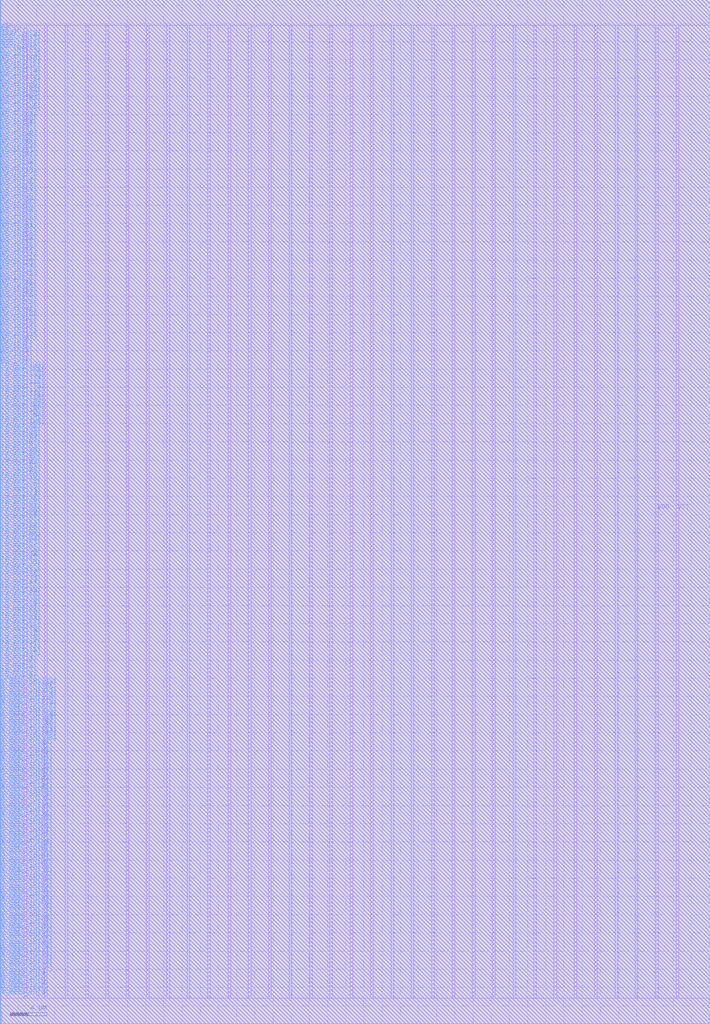
<source format=lef>
VERSION 5.7 ;
BUSBITCHARS "[]" ;
MACRO fakeram45_64x124_bottom
  FOREIGN fakeram45_64x124_bottom 0 0 ;
  SYMMETRY X Y R90 ;
  SIZE 0.19 BY 1.4 ;
  CLASS BLOCK ;
  PIN w_mask_in[0]
    DIRECTION INPUT ;
    USE SIGNAL ;
    SHAPE ABUTMENT ;
    PORT
      LAYER metal3 ;
      RECT 0.000 2.800 0.070 2.870 ;
    END
  END w_mask_in[0]
  PIN w_mask_in[1]
    DIRECTION INPUT ;
    USE SIGNAL ;
    SHAPE ABUTMENT ;
    PORT
      LAYER metal3 ;
      RECT 0.000 3.080 0.070 3.150 ;
    END
  END w_mask_in[1]
  PIN w_mask_in[2]
    DIRECTION INPUT ;
    USE SIGNAL ;
    SHAPE ABUTMENT ;
    PORT
      LAYER metal3 ;
      RECT 0.000 3.360 0.070 3.430 ;
    END
  END w_mask_in[2]
  PIN w_mask_in[3]
    DIRECTION INPUT ;
    USE SIGNAL ;
    SHAPE ABUTMENT ;
    PORT
      LAYER metal3 ;
      RECT 0.000 3.640 0.070 3.710 ;
    END
  END w_mask_in[3]
  PIN w_mask_in[4]
    DIRECTION INPUT ;
    USE SIGNAL ;
    SHAPE ABUTMENT ;
    PORT
      LAYER metal3 ;
      RECT 0.000 3.920 0.070 3.990 ;
    END
  END w_mask_in[4]
  PIN w_mask_in[5]
    DIRECTION INPUT ;
    USE SIGNAL ;
    SHAPE ABUTMENT ;
    PORT
      LAYER metal3 ;
      RECT 0.000 4.200 0.070 4.270 ;
    END
  END w_mask_in[5]
  PIN w_mask_in[6]
    DIRECTION INPUT ;
    USE SIGNAL ;
    SHAPE ABUTMENT ;
    PORT
      LAYER metal3 ;
      RECT 0.000 4.480 0.070 4.550 ;
    END
  END w_mask_in[6]
  PIN w_mask_in[7]
    DIRECTION INPUT ;
    USE SIGNAL ;
    SHAPE ABUTMENT ;
    PORT
      LAYER metal3 ;
      RECT 0.000 4.760 0.070 4.830 ;
    END
  END w_mask_in[7]
  PIN w_mask_in[8]
    DIRECTION INPUT ;
    USE SIGNAL ;
    SHAPE ABUTMENT ;
    PORT
      LAYER metal3 ;
      RECT 0.000 5.040 0.070 5.110 ;
    END
  END w_mask_in[8]
  PIN w_mask_in[9]
    DIRECTION INPUT ;
    USE SIGNAL ;
    SHAPE ABUTMENT ;
    PORT
      LAYER metal3 ;
      RECT 0.000 5.320 0.070 5.390 ;
    END
  END w_mask_in[9]
  PIN w_mask_in[10]
    DIRECTION INPUT ;
    USE SIGNAL ;
    SHAPE ABUTMENT ;
    PORT
      LAYER metal3 ;
      RECT 0.000 5.600 0.070 5.670 ;
    END
  END w_mask_in[10]
  PIN w_mask_in[11]
    DIRECTION INPUT ;
    USE SIGNAL ;
    SHAPE ABUTMENT ;
    PORT
      LAYER metal3 ;
      RECT 0.000 5.880 0.070 5.950 ;
    END
  END w_mask_in[11]
  PIN w_mask_in[12]
    DIRECTION INPUT ;
    USE SIGNAL ;
    SHAPE ABUTMENT ;
    PORT
      LAYER metal3 ;
      RECT 0.000 6.160 0.070 6.230 ;
    END
  END w_mask_in[12]
  PIN w_mask_in[13]
    DIRECTION INPUT ;
    USE SIGNAL ;
    SHAPE ABUTMENT ;
    PORT
      LAYER metal3 ;
      RECT 0.000 6.440 0.070 6.510 ;
    END
  END w_mask_in[13]
  PIN w_mask_in[14]
    DIRECTION INPUT ;
    USE SIGNAL ;
    SHAPE ABUTMENT ;
    PORT
      LAYER metal3 ;
      RECT 0.000 6.720 0.070 6.790 ;
    END
  END w_mask_in[14]
  PIN w_mask_in[15]
    DIRECTION INPUT ;
    USE SIGNAL ;
    SHAPE ABUTMENT ;
    PORT
      LAYER metal3 ;
      RECT 0.000 7.000 0.070 7.070 ;
    END
  END w_mask_in[15]
  PIN w_mask_in[16]
    DIRECTION INPUT ;
    USE SIGNAL ;
    SHAPE ABUTMENT ;
    PORT
      LAYER metal3 ;
      RECT 0.000 7.280 0.070 7.350 ;
    END
  END w_mask_in[16]
  PIN w_mask_in[17]
    DIRECTION INPUT ;
    USE SIGNAL ;
    SHAPE ABUTMENT ;
    PORT
      LAYER metal3 ;
      RECT 0.000 7.560 0.070 7.630 ;
    END
  END w_mask_in[17]
  PIN w_mask_in[18]
    DIRECTION INPUT ;
    USE SIGNAL ;
    SHAPE ABUTMENT ;
    PORT
      LAYER metal3 ;
      RECT 0.000 7.840 0.070 7.910 ;
    END
  END w_mask_in[18]
  PIN w_mask_in[19]
    DIRECTION INPUT ;
    USE SIGNAL ;
    SHAPE ABUTMENT ;
    PORT
      LAYER metal3 ;
      RECT 0.000 8.120 0.070 8.190 ;
    END
  END w_mask_in[19]
  PIN w_mask_in[20]
    DIRECTION INPUT ;
    USE SIGNAL ;
    SHAPE ABUTMENT ;
    PORT
      LAYER metal3 ;
      RECT 0.000 8.400 0.070 8.470 ;
    END
  END w_mask_in[20]
  PIN w_mask_in[21]
    DIRECTION INPUT ;
    USE SIGNAL ;
    SHAPE ABUTMENT ;
    PORT
      LAYER metal3 ;
      RECT 0.000 8.680 0.070 8.750 ;
    END
  END w_mask_in[21]
  PIN w_mask_in[22]
    DIRECTION INPUT ;
    USE SIGNAL ;
    SHAPE ABUTMENT ;
    PORT
      LAYER metal3 ;
      RECT 0.000 8.960 0.070 9.030 ;
    END
  END w_mask_in[22]
  PIN w_mask_in[23]
    DIRECTION INPUT ;
    USE SIGNAL ;
    SHAPE ABUTMENT ;
    PORT
      LAYER metal3 ;
      RECT 0.000 9.240 0.070 9.310 ;
    END
  END w_mask_in[23]
  PIN w_mask_in[24]
    DIRECTION INPUT ;
    USE SIGNAL ;
    SHAPE ABUTMENT ;
    PORT
      LAYER metal3 ;
      RECT 0.000 9.520 0.070 9.590 ;
    END
  END w_mask_in[24]
  PIN w_mask_in[25]
    DIRECTION INPUT ;
    USE SIGNAL ;
    SHAPE ABUTMENT ;
    PORT
      LAYER metal3 ;
      RECT 0.000 9.800 0.070 9.870 ;
    END
  END w_mask_in[25]
  PIN w_mask_in[26]
    DIRECTION INPUT ;
    USE SIGNAL ;
    SHAPE ABUTMENT ;
    PORT
      LAYER metal3 ;
      RECT 0.000 10.080 0.070 10.150 ;
    END
  END w_mask_in[26]
  PIN w_mask_in[27]
    DIRECTION INPUT ;
    USE SIGNAL ;
    SHAPE ABUTMENT ;
    PORT
      LAYER metal3 ;
      RECT 0.000 10.360 0.070 10.430 ;
    END
  END w_mask_in[27]
  PIN w_mask_in[28]
    DIRECTION INPUT ;
    USE SIGNAL ;
    SHAPE ABUTMENT ;
    PORT
      LAYER metal3 ;
      RECT 0.000 10.640 0.070 10.710 ;
    END
  END w_mask_in[28]
  PIN w_mask_in[29]
    DIRECTION INPUT ;
    USE SIGNAL ;
    SHAPE ABUTMENT ;
    PORT
      LAYER metal3 ;
      RECT 0.000 10.920 0.070 10.990 ;
    END
  END w_mask_in[29]
  PIN w_mask_in[30]
    DIRECTION INPUT ;
    USE SIGNAL ;
    SHAPE ABUTMENT ;
    PORT
      LAYER metal3 ;
      RECT 0.000 11.200 0.070 11.270 ;
    END
  END w_mask_in[30]
  PIN w_mask_in[31]
    DIRECTION INPUT ;
    USE SIGNAL ;
    SHAPE ABUTMENT ;
    PORT
      LAYER metal3 ;
      RECT 0.000 11.480 0.070 11.550 ;
    END
  END w_mask_in[31]
  PIN w_mask_in[32]
    DIRECTION INPUT ;
    USE SIGNAL ;
    SHAPE ABUTMENT ;
    PORT
      LAYER metal3 ;
      RECT 0.000 11.760 0.070 11.830 ;
    END
  END w_mask_in[32]
  PIN w_mask_in[33]
    DIRECTION INPUT ;
    USE SIGNAL ;
    SHAPE ABUTMENT ;
    PORT
      LAYER metal3 ;
      RECT 0.000 12.040 0.070 12.110 ;
    END
  END w_mask_in[33]
  PIN w_mask_in[34]
    DIRECTION INPUT ;
    USE SIGNAL ;
    SHAPE ABUTMENT ;
    PORT
      LAYER metal3 ;
      RECT 0.000 12.320 0.070 12.390 ;
    END
  END w_mask_in[34]
  PIN w_mask_in[35]
    DIRECTION INPUT ;
    USE SIGNAL ;
    SHAPE ABUTMENT ;
    PORT
      LAYER metal3 ;
      RECT 0.000 12.600 0.070 12.670 ;
    END
  END w_mask_in[35]
  PIN w_mask_in[36]
    DIRECTION INPUT ;
    USE SIGNAL ;
    SHAPE ABUTMENT ;
    PORT
      LAYER metal3 ;
      RECT 0.000 12.880 0.070 12.950 ;
    END
  END w_mask_in[36]
  PIN w_mask_in[37]
    DIRECTION INPUT ;
    USE SIGNAL ;
    SHAPE ABUTMENT ;
    PORT
      LAYER metal3 ;
      RECT 0.000 13.160 0.070 13.230 ;
    END
  END w_mask_in[37]
  PIN w_mask_in[38]
    DIRECTION INPUT ;
    USE SIGNAL ;
    SHAPE ABUTMENT ;
    PORT
      LAYER metal3 ;
      RECT 0.000 13.440 0.070 13.510 ;
    END
  END w_mask_in[38]
  PIN w_mask_in[39]
    DIRECTION INPUT ;
    USE SIGNAL ;
    SHAPE ABUTMENT ;
    PORT
      LAYER metal3 ;
      RECT 0.000 13.720 0.070 13.790 ;
    END
  END w_mask_in[39]
  PIN w_mask_in[40]
    DIRECTION INPUT ;
    USE SIGNAL ;
    SHAPE ABUTMENT ;
    PORT
      LAYER metal3 ;
      RECT 0.000 14.000 0.070 14.070 ;
    END
  END w_mask_in[40]
  PIN w_mask_in[41]
    DIRECTION INPUT ;
    USE SIGNAL ;
    SHAPE ABUTMENT ;
    PORT
      LAYER metal3 ;
      RECT 0.000 14.280 0.070 14.350 ;
    END
  END w_mask_in[41]
  PIN w_mask_in[42]
    DIRECTION INPUT ;
    USE SIGNAL ;
    SHAPE ABUTMENT ;
    PORT
      LAYER metal3 ;
      RECT 0.000 14.560 0.070 14.630 ;
    END
  END w_mask_in[42]
  PIN w_mask_in[43]
    DIRECTION INPUT ;
    USE SIGNAL ;
    SHAPE ABUTMENT ;
    PORT
      LAYER metal3 ;
      RECT 0.000 14.840 0.070 14.910 ;
    END
  END w_mask_in[43]
  PIN w_mask_in[44]
    DIRECTION INPUT ;
    USE SIGNAL ;
    SHAPE ABUTMENT ;
    PORT
      LAYER metal3 ;
      RECT 0.000 15.120 0.070 15.190 ;
    END
  END w_mask_in[44]
  PIN w_mask_in[45]
    DIRECTION INPUT ;
    USE SIGNAL ;
    SHAPE ABUTMENT ;
    PORT
      LAYER metal3 ;
      RECT 0.000 15.400 0.070 15.470 ;
    END
  END w_mask_in[45]
  PIN w_mask_in[46]
    DIRECTION INPUT ;
    USE SIGNAL ;
    SHAPE ABUTMENT ;
    PORT
      LAYER metal3 ;
      RECT 0.000 15.680 0.070 15.750 ;
    END
  END w_mask_in[46]
  PIN w_mask_in[47]
    DIRECTION INPUT ;
    USE SIGNAL ;
    SHAPE ABUTMENT ;
    PORT
      LAYER metal3 ;
      RECT 0.000 15.960 0.070 16.030 ;
    END
  END w_mask_in[47]
  PIN w_mask_in[48]
    DIRECTION INPUT ;
    USE SIGNAL ;
    SHAPE ABUTMENT ;
    PORT
      LAYER metal3 ;
      RECT 0.000 16.240 0.070 16.310 ;
    END
  END w_mask_in[48]
  PIN w_mask_in[49]
    DIRECTION INPUT ;
    USE SIGNAL ;
    SHAPE ABUTMENT ;
    PORT
      LAYER metal3 ;
      RECT 0.000 16.520 0.070 16.590 ;
    END
  END w_mask_in[49]
  PIN w_mask_in[50]
    DIRECTION INPUT ;
    USE SIGNAL ;
    SHAPE ABUTMENT ;
    PORT
      LAYER metal3 ;
      RECT 0.000 16.800 0.070 16.870 ;
    END
  END w_mask_in[50]
  PIN w_mask_in[51]
    DIRECTION INPUT ;
    USE SIGNAL ;
    SHAPE ABUTMENT ;
    PORT
      LAYER metal3 ;
      RECT 0.000 17.080 0.070 17.150 ;
    END
  END w_mask_in[51]
  PIN w_mask_in[52]
    DIRECTION INPUT ;
    USE SIGNAL ;
    SHAPE ABUTMENT ;
    PORT
      LAYER metal3 ;
      RECT 0.000 17.360 0.070 17.430 ;
    END
  END w_mask_in[52]
  PIN w_mask_in[53]
    DIRECTION INPUT ;
    USE SIGNAL ;
    SHAPE ABUTMENT ;
    PORT
      LAYER metal3 ;
      RECT 0.000 17.640 0.070 17.710 ;
    END
  END w_mask_in[53]
  PIN w_mask_in[54]
    DIRECTION INPUT ;
    USE SIGNAL ;
    SHAPE ABUTMENT ;
    PORT
      LAYER metal3 ;
      RECT 0.000 17.920 0.070 17.990 ;
    END
  END w_mask_in[54]
  PIN w_mask_in[55]
    DIRECTION INPUT ;
    USE SIGNAL ;
    SHAPE ABUTMENT ;
    PORT
      LAYER metal3 ;
      RECT 0.000 18.200 0.070 18.270 ;
    END
  END w_mask_in[55]
  PIN w_mask_in[56]
    DIRECTION INPUT ;
    USE SIGNAL ;
    SHAPE ABUTMENT ;
    PORT
      LAYER metal3 ;
      RECT 0.000 18.480 0.070 18.550 ;
    END
  END w_mask_in[56]
  PIN w_mask_in[57]
    DIRECTION INPUT ;
    USE SIGNAL ;
    SHAPE ABUTMENT ;
    PORT
      LAYER metal3 ;
      RECT 0.000 18.760 0.070 18.830 ;
    END
  END w_mask_in[57]
  PIN w_mask_in[58]
    DIRECTION INPUT ;
    USE SIGNAL ;
    SHAPE ABUTMENT ;
    PORT
      LAYER metal3 ;
      RECT 0.000 19.040 0.070 19.110 ;
    END
  END w_mask_in[58]
  PIN w_mask_in[59]
    DIRECTION INPUT ;
    USE SIGNAL ;
    SHAPE ABUTMENT ;
    PORT
      LAYER metal3 ;
      RECT 0.000 19.320 0.070 19.390 ;
    END
  END w_mask_in[59]
  PIN w_mask_in[60]
    DIRECTION INPUT ;
    USE SIGNAL ;
    SHAPE ABUTMENT ;
    PORT
      LAYER metal3 ;
      RECT 0.000 19.600 0.070 19.670 ;
    END
  END w_mask_in[60]
  PIN w_mask_in[61]
    DIRECTION INPUT ;
    USE SIGNAL ;
    SHAPE ABUTMENT ;
    PORT
      LAYER metal3 ;
      RECT 0.000 19.880 0.070 19.950 ;
    END
  END w_mask_in[61]
  PIN w_mask_in[62]
    DIRECTION INPUT ;
    USE SIGNAL ;
    SHAPE ABUTMENT ;
    PORT
      LAYER metal3 ;
      RECT 0.000 20.160 0.070 20.230 ;
    END
  END w_mask_in[62]
  PIN w_mask_in[63]
    DIRECTION INPUT ;
    USE SIGNAL ;
    SHAPE ABUTMENT ;
    PORT
      LAYER metal3 ;
      RECT 0.000 20.440 0.070 20.510 ;
    END
  END w_mask_in[63]
  PIN w_mask_in[64]
    DIRECTION INPUT ;
    USE SIGNAL ;
    SHAPE ABUTMENT ;
    PORT
      LAYER metal3 ;
      RECT 0.000 20.720 0.070 20.790 ;
    END
  END w_mask_in[64]
  PIN w_mask_in[65]
    DIRECTION INPUT ;
    USE SIGNAL ;
    SHAPE ABUTMENT ;
    PORT
      LAYER metal3 ;
      RECT 0.000 21.000 0.070 21.070 ;
    END
  END w_mask_in[65]
  PIN w_mask_in[66]
    DIRECTION INPUT ;
    USE SIGNAL ;
    SHAPE ABUTMENT ;
    PORT
      LAYER metal3 ;
      RECT 0.000 21.280 0.070 21.350 ;
    END
  END w_mask_in[66]
  PIN w_mask_in[67]
    DIRECTION INPUT ;
    USE SIGNAL ;
    SHAPE ABUTMENT ;
    PORT
      LAYER metal3 ;
      RECT 0.000 21.560 0.070 21.630 ;
    END
  END w_mask_in[67]
  PIN w_mask_in[68]
    DIRECTION INPUT ;
    USE SIGNAL ;
    SHAPE ABUTMENT ;
    PORT
      LAYER metal3 ;
      RECT 0.000 21.840 0.070 21.910 ;
    END
  END w_mask_in[68]
  PIN w_mask_in[69]
    DIRECTION INPUT ;
    USE SIGNAL ;
    SHAPE ABUTMENT ;
    PORT
      LAYER metal3 ;
      RECT 0.000 22.120 0.070 22.190 ;
    END
  END w_mask_in[69]
  PIN w_mask_in[70]
    DIRECTION INPUT ;
    USE SIGNAL ;
    SHAPE ABUTMENT ;
    PORT
      LAYER metal3 ;
      RECT 0.000 22.400 0.070 22.470 ;
    END
  END w_mask_in[70]
  PIN w_mask_in[71]
    DIRECTION INPUT ;
    USE SIGNAL ;
    SHAPE ABUTMENT ;
    PORT
      LAYER metal3 ;
      RECT 0.000 22.680 0.070 22.750 ;
    END
  END w_mask_in[71]
  PIN w_mask_in[72]
    DIRECTION INPUT ;
    USE SIGNAL ;
    SHAPE ABUTMENT ;
    PORT
      LAYER metal3 ;
      RECT 0.000 22.960 0.070 23.030 ;
    END
  END w_mask_in[72]
  PIN w_mask_in[73]
    DIRECTION INPUT ;
    USE SIGNAL ;
    SHAPE ABUTMENT ;
    PORT
      LAYER metal3 ;
      RECT 0.000 23.240 0.070 23.310 ;
    END
  END w_mask_in[73]
  PIN w_mask_in[74]
    DIRECTION INPUT ;
    USE SIGNAL ;
    SHAPE ABUTMENT ;
    PORT
      LAYER metal3 ;
      RECT 0.000 23.520 0.070 23.590 ;
    END
  END w_mask_in[74]
  PIN w_mask_in[75]
    DIRECTION INPUT ;
    USE SIGNAL ;
    SHAPE ABUTMENT ;
    PORT
      LAYER metal3 ;
      RECT 0.000 23.800 0.070 23.870 ;
    END
  END w_mask_in[75]
  PIN w_mask_in[76]
    DIRECTION INPUT ;
    USE SIGNAL ;
    SHAPE ABUTMENT ;
    PORT
      LAYER metal3 ;
      RECT 0.000 24.080 0.070 24.150 ;
    END
  END w_mask_in[76]
  PIN w_mask_in[77]
    DIRECTION INPUT ;
    USE SIGNAL ;
    SHAPE ABUTMENT ;
    PORT
      LAYER metal3 ;
      RECT 0.000 24.360 0.070 24.430 ;
    END
  END w_mask_in[77]
  PIN w_mask_in[78]
    DIRECTION INPUT ;
    USE SIGNAL ;
    SHAPE ABUTMENT ;
    PORT
      LAYER metal3 ;
      RECT 0.000 24.640 0.070 24.710 ;
    END
  END w_mask_in[78]
  PIN w_mask_in[79]
    DIRECTION INPUT ;
    USE SIGNAL ;
    SHAPE ABUTMENT ;
    PORT
      LAYER metal3 ;
      RECT 0.000 24.920 0.070 24.990 ;
    END
  END w_mask_in[79]
  PIN w_mask_in[80]
    DIRECTION INPUT ;
    USE SIGNAL ;
    SHAPE ABUTMENT ;
    PORT
      LAYER metal3 ;
      RECT 0.000 25.200 0.070 25.270 ;
    END
  END w_mask_in[80]
  PIN w_mask_in[81]
    DIRECTION INPUT ;
    USE SIGNAL ;
    SHAPE ABUTMENT ;
    PORT
      LAYER metal3 ;
      RECT 0.000 25.480 0.070 25.550 ;
    END
  END w_mask_in[81]
  PIN w_mask_in[82]
    DIRECTION INPUT ;
    USE SIGNAL ;
    SHAPE ABUTMENT ;
    PORT
      LAYER metal3 ;
      RECT 0.000 25.760 0.070 25.830 ;
    END
  END w_mask_in[82]
  PIN w_mask_in[83]
    DIRECTION INPUT ;
    USE SIGNAL ;
    SHAPE ABUTMENT ;
    PORT
      LAYER metal3 ;
      RECT 0.000 26.040 0.070 26.110 ;
    END
  END w_mask_in[83]
  PIN w_mask_in[84]
    DIRECTION INPUT ;
    USE SIGNAL ;
    SHAPE ABUTMENT ;
    PORT
      LAYER metal3 ;
      RECT 0.000 26.320 0.070 26.390 ;
    END
  END w_mask_in[84]
  PIN w_mask_in[85]
    DIRECTION INPUT ;
    USE SIGNAL ;
    SHAPE ABUTMENT ;
    PORT
      LAYER metal3 ;
      RECT 0.000 26.600 0.070 26.670 ;
    END
  END w_mask_in[85]
  PIN w_mask_in[86]
    DIRECTION INPUT ;
    USE SIGNAL ;
    SHAPE ABUTMENT ;
    PORT
      LAYER metal3 ;
      RECT 0.000 26.880 0.070 26.950 ;
    END
  END w_mask_in[86]
  PIN w_mask_in[87]
    DIRECTION INPUT ;
    USE SIGNAL ;
    SHAPE ABUTMENT ;
    PORT
      LAYER metal3 ;
      RECT 0.000 27.160 0.070 27.230 ;
    END
  END w_mask_in[87]
  PIN w_mask_in[88]
    DIRECTION INPUT ;
    USE SIGNAL ;
    SHAPE ABUTMENT ;
    PORT
      LAYER metal3 ;
      RECT 0.000 27.440 0.070 27.510 ;
    END
  END w_mask_in[88]
  PIN w_mask_in[89]
    DIRECTION INPUT ;
    USE SIGNAL ;
    SHAPE ABUTMENT ;
    PORT
      LAYER metal3 ;
      RECT 0.000 27.720 0.070 27.790 ;
    END
  END w_mask_in[89]
  PIN w_mask_in[90]
    DIRECTION INPUT ;
    USE SIGNAL ;
    SHAPE ABUTMENT ;
    PORT
      LAYER metal3 ;
      RECT 0.000 28.000 0.070 28.070 ;
    END
  END w_mask_in[90]
  PIN w_mask_in[91]
    DIRECTION INPUT ;
    USE SIGNAL ;
    SHAPE ABUTMENT ;
    PORT
      LAYER metal3 ;
      RECT 0.000 28.280 0.070 28.350 ;
    END
  END w_mask_in[91]
  PIN w_mask_in[92]
    DIRECTION INPUT ;
    USE SIGNAL ;
    SHAPE ABUTMENT ;
    PORT
      LAYER metal3 ;
      RECT 0.000 28.560 0.070 28.630 ;
    END
  END w_mask_in[92]
  PIN w_mask_in[93]
    DIRECTION INPUT ;
    USE SIGNAL ;
    SHAPE ABUTMENT ;
    PORT
      LAYER metal3 ;
      RECT 0.000 28.840 0.070 28.910 ;
    END
  END w_mask_in[93]
  PIN w_mask_in[94]
    DIRECTION INPUT ;
    USE SIGNAL ;
    SHAPE ABUTMENT ;
    PORT
      LAYER metal3 ;
      RECT 0.000 29.120 0.070 29.190 ;
    END
  END w_mask_in[94]
  PIN w_mask_in[95]
    DIRECTION INPUT ;
    USE SIGNAL ;
    SHAPE ABUTMENT ;
    PORT
      LAYER metal3 ;
      RECT 0.000 29.400 0.070 29.470 ;
    END
  END w_mask_in[95]
  PIN w_mask_in[96]
    DIRECTION INPUT ;
    USE SIGNAL ;
    SHAPE ABUTMENT ;
    PORT
      LAYER metal3 ;
      RECT 0.000 29.680 0.070 29.750 ;
    END
  END w_mask_in[96]
  PIN w_mask_in[97]
    DIRECTION INPUT ;
    USE SIGNAL ;
    SHAPE ABUTMENT ;
    PORT
      LAYER metal3 ;
      RECT 0.000 29.960 0.070 30.030 ;
    END
  END w_mask_in[97]
  PIN w_mask_in[98]
    DIRECTION INPUT ;
    USE SIGNAL ;
    SHAPE ABUTMENT ;
    PORT
      LAYER metal3 ;
      RECT 0.000 30.240 0.070 30.310 ;
    END
  END w_mask_in[98]
  PIN w_mask_in[99]
    DIRECTION INPUT ;
    USE SIGNAL ;
    SHAPE ABUTMENT ;
    PORT
      LAYER metal3 ;
      RECT 0.000 30.520 0.070 30.590 ;
    END
  END w_mask_in[99]
  PIN w_mask_in[100]
    DIRECTION INPUT ;
    USE SIGNAL ;
    SHAPE ABUTMENT ;
    PORT
      LAYER metal3 ;
      RECT 0.000 30.800 0.070 30.870 ;
    END
  END w_mask_in[100]
  PIN w_mask_in[101]
    DIRECTION INPUT ;
    USE SIGNAL ;
    SHAPE ABUTMENT ;
    PORT
      LAYER metal3 ;
      RECT 0.000 31.080 0.070 31.150 ;
    END
  END w_mask_in[101]
  PIN w_mask_in[102]
    DIRECTION INPUT ;
    USE SIGNAL ;
    SHAPE ABUTMENT ;
    PORT
      LAYER metal3 ;
      RECT 0.000 31.360 0.070 31.430 ;
    END
  END w_mask_in[102]
  PIN w_mask_in[103]
    DIRECTION INPUT ;
    USE SIGNAL ;
    SHAPE ABUTMENT ;
    PORT
      LAYER metal3 ;
      RECT 0.000 31.640 0.070 31.710 ;
    END
  END w_mask_in[103]
  PIN w_mask_in[104]
    DIRECTION INPUT ;
    USE SIGNAL ;
    SHAPE ABUTMENT ;
    PORT
      LAYER metal3 ;
      RECT 0.000 31.920 0.070 31.990 ;
    END
  END w_mask_in[104]
  PIN w_mask_in[105]
    DIRECTION INPUT ;
    USE SIGNAL ;
    SHAPE ABUTMENT ;
    PORT
      LAYER metal3 ;
      RECT 0.000 32.200 0.070 32.270 ;
    END
  END w_mask_in[105]
  PIN w_mask_in[106]
    DIRECTION INPUT ;
    USE SIGNAL ;
    SHAPE ABUTMENT ;
    PORT
      LAYER metal3 ;
      RECT 0.000 32.480 0.070 32.550 ;
    END
  END w_mask_in[106]
  PIN w_mask_in[107]
    DIRECTION INPUT ;
    USE SIGNAL ;
    SHAPE ABUTMENT ;
    PORT
      LAYER metal3 ;
      RECT 0.000 32.760 0.070 32.830 ;
    END
  END w_mask_in[107]
  PIN w_mask_in[108]
    DIRECTION INPUT ;
    USE SIGNAL ;
    SHAPE ABUTMENT ;
    PORT
      LAYER metal3 ;
      RECT 0.000 33.040 0.070 33.110 ;
    END
  END w_mask_in[108]
  PIN w_mask_in[109]
    DIRECTION INPUT ;
    USE SIGNAL ;
    SHAPE ABUTMENT ;
    PORT
      LAYER metal3 ;
      RECT 0.000 33.320 0.070 33.390 ;
    END
  END w_mask_in[109]
  PIN w_mask_in[110]
    DIRECTION INPUT ;
    USE SIGNAL ;
    SHAPE ABUTMENT ;
    PORT
      LAYER metal3 ;
      RECT 0.000 33.600 0.070 33.670 ;
    END
  END w_mask_in[110]
  PIN w_mask_in[111]
    DIRECTION INPUT ;
    USE SIGNAL ;
    SHAPE ABUTMENT ;
    PORT
      LAYER metal3 ;
      RECT 0.000 33.880 0.070 33.950 ;
    END
  END w_mask_in[111]
  PIN w_mask_in[112]
    DIRECTION INPUT ;
    USE SIGNAL ;
    SHAPE ABUTMENT ;
    PORT
      LAYER metal3 ;
      RECT 0.000 34.160 0.070 34.230 ;
    END
  END w_mask_in[112]
  PIN w_mask_in[113]
    DIRECTION INPUT ;
    USE SIGNAL ;
    SHAPE ABUTMENT ;
    PORT
      LAYER metal3 ;
      RECT 0.000 34.440 0.070 34.510 ;
    END
  END w_mask_in[113]
  PIN w_mask_in[114]
    DIRECTION INPUT ;
    USE SIGNAL ;
    SHAPE ABUTMENT ;
    PORT
      LAYER metal3 ;
      RECT 0.000 34.720 0.070 34.790 ;
    END
  END w_mask_in[114]
  PIN w_mask_in[115]
    DIRECTION INPUT ;
    USE SIGNAL ;
    SHAPE ABUTMENT ;
    PORT
      LAYER metal3 ;
      RECT 0.000 35.000 0.070 35.070 ;
    END
  END w_mask_in[115]
  PIN w_mask_in[116]
    DIRECTION INPUT ;
    USE SIGNAL ;
    SHAPE ABUTMENT ;
    PORT
      LAYER metal3 ;
      RECT 0.000 35.280 0.070 35.350 ;
    END
  END w_mask_in[116]
  PIN w_mask_in[117]
    DIRECTION INPUT ;
    USE SIGNAL ;
    SHAPE ABUTMENT ;
    PORT
      LAYER metal3 ;
      RECT 0.000 35.560 0.070 35.630 ;
    END
  END w_mask_in[117]
  PIN w_mask_in[118]
    DIRECTION INPUT ;
    USE SIGNAL ;
    SHAPE ABUTMENT ;
    PORT
      LAYER metal3 ;
      RECT 0.000 35.840 0.070 35.910 ;
    END
  END w_mask_in[118]
  PIN w_mask_in[119]
    DIRECTION INPUT ;
    USE SIGNAL ;
    SHAPE ABUTMENT ;
    PORT
      LAYER metal3 ;
      RECT 0.000 36.120 0.070 36.190 ;
    END
  END w_mask_in[119]
  PIN w_mask_in[120]
    DIRECTION INPUT ;
    USE SIGNAL ;
    SHAPE ABUTMENT ;
    PORT
      LAYER metal3 ;
      RECT 0.000 36.400 0.070 36.470 ;
    END
  END w_mask_in[120]
  PIN w_mask_in[121]
    DIRECTION INPUT ;
    USE SIGNAL ;
    SHAPE ABUTMENT ;
    PORT
      LAYER metal3 ;
      RECT 0.000 36.680 0.070 36.750 ;
    END
  END w_mask_in[121]
  PIN w_mask_in[122]
    DIRECTION INPUT ;
    USE SIGNAL ;
    SHAPE ABUTMENT ;
    PORT
      LAYER metal3 ;
      RECT 0.000 36.960 0.070 37.030 ;
    END
  END w_mask_in[122]
  PIN w_mask_in[123]
    DIRECTION INPUT ;
    USE SIGNAL ;
    SHAPE ABUTMENT ;
    PORT
      LAYER metal3 ;
      RECT 0.000 37.240 0.070 37.310 ;
    END
  END w_mask_in[123]
  PIN rd_out[0]
    DIRECTION OUTPUT ;
    USE SIGNAL ;
    SHAPE ABUTMENT ;
    PORT
      LAYER metal3 ;
      RECT 0.000 37.520 0.070 37.590 ;
    END
  END rd_out[0]
  PIN rd_out[1]
    DIRECTION OUTPUT ;
    USE SIGNAL ;
    SHAPE ABUTMENT ;
    PORT
      LAYER metal3 ;
      RECT 0.000 37.800 0.070 37.870 ;
    END
  END rd_out[1]
  PIN rd_out[2]
    DIRECTION OUTPUT ;
    USE SIGNAL ;
    SHAPE ABUTMENT ;
    PORT
      LAYER metal3 ;
      RECT 0.000 38.080 0.070 38.150 ;
    END
  END rd_out[2]
  PIN rd_out[3]
    DIRECTION OUTPUT ;
    USE SIGNAL ;
    SHAPE ABUTMENT ;
    PORT
      LAYER metal3 ;
      RECT 0.000 38.360 0.070 38.430 ;
    END
  END rd_out[3]
  PIN rd_out[4]
    DIRECTION OUTPUT ;
    USE SIGNAL ;
    SHAPE ABUTMENT ;
    PORT
      LAYER metal3 ;
      RECT 0.000 38.640 0.070 38.710 ;
    END
  END rd_out[4]
  PIN rd_out[5]
    DIRECTION OUTPUT ;
    USE SIGNAL ;
    SHAPE ABUTMENT ;
    PORT
      LAYER metal3 ;
      RECT 0.000 38.920 0.070 38.990 ;
    END
  END rd_out[5]
  PIN rd_out[6]
    DIRECTION OUTPUT ;
    USE SIGNAL ;
    SHAPE ABUTMENT ;
    PORT
      LAYER metal3 ;
      RECT 0.000 39.200 0.070 39.270 ;
    END
  END rd_out[6]
  PIN rd_out[7]
    DIRECTION OUTPUT ;
    USE SIGNAL ;
    SHAPE ABUTMENT ;
    PORT
      LAYER metal3 ;
      RECT 0.000 39.480 0.070 39.550 ;
    END
  END rd_out[7]
  PIN rd_out[8]
    DIRECTION OUTPUT ;
    USE SIGNAL ;
    SHAPE ABUTMENT ;
    PORT
      LAYER metal3 ;
      RECT 0.000 39.760 0.070 39.830 ;
    END
  END rd_out[8]
  PIN rd_out[9]
    DIRECTION OUTPUT ;
    USE SIGNAL ;
    SHAPE ABUTMENT ;
    PORT
      LAYER metal3 ;
      RECT 0.000 40.040 0.070 40.110 ;
    END
  END rd_out[9]
  PIN rd_out[10]
    DIRECTION OUTPUT ;
    USE SIGNAL ;
    SHAPE ABUTMENT ;
    PORT
      LAYER metal3 ;
      RECT 0.000 40.320 0.070 40.390 ;
    END
  END rd_out[10]
  PIN rd_out[11]
    DIRECTION OUTPUT ;
    USE SIGNAL ;
    SHAPE ABUTMENT ;
    PORT
      LAYER metal3 ;
      RECT 0.000 40.600 0.070 40.670 ;
    END
  END rd_out[11]
  PIN rd_out[12]
    DIRECTION OUTPUT ;
    USE SIGNAL ;
    SHAPE ABUTMENT ;
    PORT
      LAYER metal3 ;
      RECT 0.000 40.880 0.070 40.950 ;
    END
  END rd_out[12]
  PIN rd_out[13]
    DIRECTION OUTPUT ;
    USE SIGNAL ;
    SHAPE ABUTMENT ;
    PORT
      LAYER metal3 ;
      RECT 0.000 41.160 0.070 41.230 ;
    END
  END rd_out[13]
  PIN rd_out[14]
    DIRECTION OUTPUT ;
    USE SIGNAL ;
    SHAPE ABUTMENT ;
    PORT
      LAYER metal3 ;
      RECT 0.000 41.440 0.070 41.510 ;
    END
  END rd_out[14]
  PIN rd_out[15]
    DIRECTION OUTPUT ;
    USE SIGNAL ;
    SHAPE ABUTMENT ;
    PORT
      LAYER metal3 ;
      RECT 0.000 41.720 0.070 41.790 ;
    END
  END rd_out[15]
  PIN rd_out[16]
    DIRECTION OUTPUT ;
    USE SIGNAL ;
    SHAPE ABUTMENT ;
    PORT
      LAYER metal3 ;
      RECT 0.000 42.000 0.070 42.070 ;
    END
  END rd_out[16]
  PIN rd_out[17]
    DIRECTION OUTPUT ;
    USE SIGNAL ;
    SHAPE ABUTMENT ;
    PORT
      LAYER metal3 ;
      RECT 0.000 42.280 0.070 42.350 ;
    END
  END rd_out[17]
  PIN rd_out[18]
    DIRECTION OUTPUT ;
    USE SIGNAL ;
    SHAPE ABUTMENT ;
    PORT
      LAYER metal3 ;
      RECT 0.000 42.560 0.070 42.630 ;
    END
  END rd_out[18]
  PIN rd_out[19]
    DIRECTION OUTPUT ;
    USE SIGNAL ;
    SHAPE ABUTMENT ;
    PORT
      LAYER metal3 ;
      RECT 0.000 42.840 0.070 42.910 ;
    END
  END rd_out[19]
  PIN rd_out[20]
    DIRECTION OUTPUT ;
    USE SIGNAL ;
    SHAPE ABUTMENT ;
    PORT
      LAYER metal3 ;
      RECT 0.000 43.120 0.070 43.190 ;
    END
  END rd_out[20]
  PIN rd_out[21]
    DIRECTION OUTPUT ;
    USE SIGNAL ;
    SHAPE ABUTMENT ;
    PORT
      LAYER metal3 ;
      RECT 0.000 43.400 0.070 43.470 ;
    END
  END rd_out[21]
  PIN rd_out[22]
    DIRECTION OUTPUT ;
    USE SIGNAL ;
    SHAPE ABUTMENT ;
    PORT
      LAYER metal3 ;
      RECT 0.000 43.680 0.070 43.750 ;
    END
  END rd_out[22]
  PIN rd_out[23]
    DIRECTION OUTPUT ;
    USE SIGNAL ;
    SHAPE ABUTMENT ;
    PORT
      LAYER metal3 ;
      RECT 0.000 43.960 0.070 44.030 ;
    END
  END rd_out[23]
  PIN rd_out[24]
    DIRECTION OUTPUT ;
    USE SIGNAL ;
    SHAPE ABUTMENT ;
    PORT
      LAYER metal3 ;
      RECT 0.000 44.240 0.070 44.310 ;
    END
  END rd_out[24]
  PIN rd_out[25]
    DIRECTION OUTPUT ;
    USE SIGNAL ;
    SHAPE ABUTMENT ;
    PORT
      LAYER metal3 ;
      RECT 0.000 44.520 0.070 44.590 ;
    END
  END rd_out[25]
  PIN rd_out[26]
    DIRECTION OUTPUT ;
    USE SIGNAL ;
    SHAPE ABUTMENT ;
    PORT
      LAYER metal3 ;
      RECT 0.000 44.800 0.070 44.870 ;
    END
  END rd_out[26]
  PIN rd_out[27]
    DIRECTION OUTPUT ;
    USE SIGNAL ;
    SHAPE ABUTMENT ;
    PORT
      LAYER metal3 ;
      RECT 0.000 45.080 0.070 45.150 ;
    END
  END rd_out[27]
  PIN rd_out[28]
    DIRECTION OUTPUT ;
    USE SIGNAL ;
    SHAPE ABUTMENT ;
    PORT
      LAYER metal3 ;
      RECT 0.000 45.360 0.070 45.430 ;
    END
  END rd_out[28]
  PIN rd_out[29]
    DIRECTION OUTPUT ;
    USE SIGNAL ;
    SHAPE ABUTMENT ;
    PORT
      LAYER metal3 ;
      RECT 0.000 45.640 0.070 45.710 ;
    END
  END rd_out[29]
  PIN rd_out[30]
    DIRECTION OUTPUT ;
    USE SIGNAL ;
    SHAPE ABUTMENT ;
    PORT
      LAYER metal3 ;
      RECT 0.000 45.920 0.070 45.990 ;
    END
  END rd_out[30]
  PIN rd_out[31]
    DIRECTION OUTPUT ;
    USE SIGNAL ;
    SHAPE ABUTMENT ;
    PORT
      LAYER metal3 ;
      RECT 0.000 46.200 0.070 46.270 ;
    END
  END rd_out[31]
  PIN rd_out[32]
    DIRECTION OUTPUT ;
    USE SIGNAL ;
    SHAPE ABUTMENT ;
    PORT
      LAYER metal3 ;
      RECT 0.000 46.480 0.070 46.550 ;
    END
  END rd_out[32]
  PIN rd_out[33]
    DIRECTION OUTPUT ;
    USE SIGNAL ;
    SHAPE ABUTMENT ;
    PORT
      LAYER metal3 ;
      RECT 0.000 46.760 0.070 46.830 ;
    END
  END rd_out[33]
  PIN rd_out[34]
    DIRECTION OUTPUT ;
    USE SIGNAL ;
    SHAPE ABUTMENT ;
    PORT
      LAYER metal3 ;
      RECT 0.000 47.040 0.070 47.110 ;
    END
  END rd_out[34]
  PIN rd_out[35]
    DIRECTION OUTPUT ;
    USE SIGNAL ;
    SHAPE ABUTMENT ;
    PORT
      LAYER metal3 ;
      RECT 0.000 47.320 0.070 47.390 ;
    END
  END rd_out[35]
  PIN rd_out[36]
    DIRECTION OUTPUT ;
    USE SIGNAL ;
    SHAPE ABUTMENT ;
    PORT
      LAYER metal3 ;
      RECT 0.000 47.600 0.070 47.670 ;
    END
  END rd_out[36]
  PIN rd_out[37]
    DIRECTION OUTPUT ;
    USE SIGNAL ;
    SHAPE ABUTMENT ;
    PORT
      LAYER metal3 ;
      RECT 0.000 47.880 0.070 47.950 ;
    END
  END rd_out[37]
  PIN rd_out[38]
    DIRECTION OUTPUT ;
    USE SIGNAL ;
    SHAPE ABUTMENT ;
    PORT
      LAYER metal3 ;
      RECT 0.000 48.160 0.070 48.230 ;
    END
  END rd_out[38]
  PIN rd_out[39]
    DIRECTION OUTPUT ;
    USE SIGNAL ;
    SHAPE ABUTMENT ;
    PORT
      LAYER metal3 ;
      RECT 0.000 48.440 0.070 48.510 ;
    END
  END rd_out[39]
  PIN rd_out[40]
    DIRECTION OUTPUT ;
    USE SIGNAL ;
    SHAPE ABUTMENT ;
    PORT
      LAYER metal3 ;
      RECT 0.000 48.720 0.070 48.790 ;
    END
  END rd_out[40]
  PIN rd_out[41]
    DIRECTION OUTPUT ;
    USE SIGNAL ;
    SHAPE ABUTMENT ;
    PORT
      LAYER metal3 ;
      RECT 0.000 49.000 0.070 49.070 ;
    END
  END rd_out[41]
  PIN rd_out[42]
    DIRECTION OUTPUT ;
    USE SIGNAL ;
    SHAPE ABUTMENT ;
    PORT
      LAYER metal3 ;
      RECT 0.000 49.280 0.070 49.350 ;
    END
  END rd_out[42]
  PIN rd_out[43]
    DIRECTION OUTPUT ;
    USE SIGNAL ;
    SHAPE ABUTMENT ;
    PORT
      LAYER metal3 ;
      RECT 0.000 49.560 0.070 49.630 ;
    END
  END rd_out[43]
  PIN rd_out[44]
    DIRECTION OUTPUT ;
    USE SIGNAL ;
    SHAPE ABUTMENT ;
    PORT
      LAYER metal3 ;
      RECT 0.000 49.840 0.070 49.910 ;
    END
  END rd_out[44]
  PIN rd_out[45]
    DIRECTION OUTPUT ;
    USE SIGNAL ;
    SHAPE ABUTMENT ;
    PORT
      LAYER metal3 ;
      RECT 0.000 50.120 0.070 50.190 ;
    END
  END rd_out[45]
  PIN rd_out[46]
    DIRECTION OUTPUT ;
    USE SIGNAL ;
    SHAPE ABUTMENT ;
    PORT
      LAYER metal3 ;
      RECT 0.000 50.400 0.070 50.470 ;
    END
  END rd_out[46]
  PIN rd_out[47]
    DIRECTION OUTPUT ;
    USE SIGNAL ;
    SHAPE ABUTMENT ;
    PORT
      LAYER metal3 ;
      RECT 0.000 50.680 0.070 50.750 ;
    END
  END rd_out[47]
  PIN rd_out[48]
    DIRECTION OUTPUT ;
    USE SIGNAL ;
    SHAPE ABUTMENT ;
    PORT
      LAYER metal3 ;
      RECT 0.000 50.960 0.070 51.030 ;
    END
  END rd_out[48]
  PIN rd_out[49]
    DIRECTION OUTPUT ;
    USE SIGNAL ;
    SHAPE ABUTMENT ;
    PORT
      LAYER metal3 ;
      RECT 0.000 51.240 0.070 51.310 ;
    END
  END rd_out[49]
  PIN rd_out[50]
    DIRECTION OUTPUT ;
    USE SIGNAL ;
    SHAPE ABUTMENT ;
    PORT
      LAYER metal3 ;
      RECT 0.000 51.520 0.070 51.590 ;
    END
  END rd_out[50]
  PIN rd_out[51]
    DIRECTION OUTPUT ;
    USE SIGNAL ;
    SHAPE ABUTMENT ;
    PORT
      LAYER metal3 ;
      RECT 0.000 51.800 0.070 51.870 ;
    END
  END rd_out[51]
  PIN rd_out[52]
    DIRECTION OUTPUT ;
    USE SIGNAL ;
    SHAPE ABUTMENT ;
    PORT
      LAYER metal3 ;
      RECT 0.000 52.080 0.070 52.150 ;
    END
  END rd_out[52]
  PIN rd_out[53]
    DIRECTION OUTPUT ;
    USE SIGNAL ;
    SHAPE ABUTMENT ;
    PORT
      LAYER metal3 ;
      RECT 0.000 52.360 0.070 52.430 ;
    END
  END rd_out[53]
  PIN rd_out[54]
    DIRECTION OUTPUT ;
    USE SIGNAL ;
    SHAPE ABUTMENT ;
    PORT
      LAYER metal3 ;
      RECT 0.000 52.640 0.070 52.710 ;
    END
  END rd_out[54]
  PIN rd_out[55]
    DIRECTION OUTPUT ;
    USE SIGNAL ;
    SHAPE ABUTMENT ;
    PORT
      LAYER metal3 ;
      RECT 0.000 52.920 0.070 52.990 ;
    END
  END rd_out[55]
  PIN rd_out[56]
    DIRECTION OUTPUT ;
    USE SIGNAL ;
    SHAPE ABUTMENT ;
    PORT
      LAYER metal3 ;
      RECT 0.000 53.200 0.070 53.270 ;
    END
  END rd_out[56]
  PIN rd_out[57]
    DIRECTION OUTPUT ;
    USE SIGNAL ;
    SHAPE ABUTMENT ;
    PORT
      LAYER metal3 ;
      RECT 0.000 53.480 0.070 53.550 ;
    END
  END rd_out[57]
  PIN rd_out[58]
    DIRECTION OUTPUT ;
    USE SIGNAL ;
    SHAPE ABUTMENT ;
    PORT
      LAYER metal3 ;
      RECT 0.000 53.760 0.070 53.830 ;
    END
  END rd_out[58]
  PIN rd_out[59]
    DIRECTION OUTPUT ;
    USE SIGNAL ;
    SHAPE ABUTMENT ;
    PORT
      LAYER metal3 ;
      RECT 0.000 54.040 0.070 54.110 ;
    END
  END rd_out[59]
  PIN rd_out[60]
    DIRECTION OUTPUT ;
    USE SIGNAL ;
    SHAPE ABUTMENT ;
    PORT
      LAYER metal3 ;
      RECT 0.000 54.320 0.070 54.390 ;
    END
  END rd_out[60]
  PIN rd_out[61]
    DIRECTION OUTPUT ;
    USE SIGNAL ;
    SHAPE ABUTMENT ;
    PORT
      LAYER metal3 ;
      RECT 0.000 54.600 0.070 54.670 ;
    END
  END rd_out[61]
  PIN rd_out[62]
    DIRECTION OUTPUT ;
    USE SIGNAL ;
    SHAPE ABUTMENT ;
    PORT
      LAYER metal3 ;
      RECT 0.000 54.880 0.070 54.950 ;
    END
  END rd_out[62]
  PIN rd_out[63]
    DIRECTION OUTPUT ;
    USE SIGNAL ;
    SHAPE ABUTMENT ;
    PORT
      LAYER metal3 ;
      RECT 0.000 55.160 0.070 55.230 ;
    END
  END rd_out[63]
  PIN rd_out[64]
    DIRECTION OUTPUT ;
    USE SIGNAL ;
    SHAPE ABUTMENT ;
    PORT
      LAYER metal3 ;
      RECT 0.000 55.440 0.070 55.510 ;
    END
  END rd_out[64]
  PIN rd_out[65]
    DIRECTION OUTPUT ;
    USE SIGNAL ;
    SHAPE ABUTMENT ;
    PORT
      LAYER metal3 ;
      RECT 0.000 55.720 0.070 55.790 ;
    END
  END rd_out[65]
  PIN rd_out[66]
    DIRECTION OUTPUT ;
    USE SIGNAL ;
    SHAPE ABUTMENT ;
    PORT
      LAYER metal3 ;
      RECT 0.000 56.000 0.070 56.070 ;
    END
  END rd_out[66]
  PIN rd_out[67]
    DIRECTION OUTPUT ;
    USE SIGNAL ;
    SHAPE ABUTMENT ;
    PORT
      LAYER metal3 ;
      RECT 0.000 56.280 0.070 56.350 ;
    END
  END rd_out[67]
  PIN rd_out[68]
    DIRECTION OUTPUT ;
    USE SIGNAL ;
    SHAPE ABUTMENT ;
    PORT
      LAYER metal3 ;
      RECT 0.000 56.560 0.070 56.630 ;
    END
  END rd_out[68]
  PIN rd_out[69]
    DIRECTION OUTPUT ;
    USE SIGNAL ;
    SHAPE ABUTMENT ;
    PORT
      LAYER metal3 ;
      RECT 0.000 56.840 0.070 56.910 ;
    END
  END rd_out[69]
  PIN rd_out[70]
    DIRECTION OUTPUT ;
    USE SIGNAL ;
    SHAPE ABUTMENT ;
    PORT
      LAYER metal3 ;
      RECT 0.000 57.120 0.070 57.190 ;
    END
  END rd_out[70]
  PIN rd_out[71]
    DIRECTION OUTPUT ;
    USE SIGNAL ;
    SHAPE ABUTMENT ;
    PORT
      LAYER metal3 ;
      RECT 0.000 57.400 0.070 57.470 ;
    END
  END rd_out[71]
  PIN rd_out[72]
    DIRECTION OUTPUT ;
    USE SIGNAL ;
    SHAPE ABUTMENT ;
    PORT
      LAYER metal3 ;
      RECT 0.000 57.680 0.070 57.750 ;
    END
  END rd_out[72]
  PIN rd_out[73]
    DIRECTION OUTPUT ;
    USE SIGNAL ;
    SHAPE ABUTMENT ;
    PORT
      LAYER metal3 ;
      RECT 0.000 57.960 0.070 58.030 ;
    END
  END rd_out[73]
  PIN rd_out[74]
    DIRECTION OUTPUT ;
    USE SIGNAL ;
    SHAPE ABUTMENT ;
    PORT
      LAYER metal3 ;
      RECT 0.000 58.240 0.070 58.310 ;
    END
  END rd_out[74]
  PIN rd_out[75]
    DIRECTION OUTPUT ;
    USE SIGNAL ;
    SHAPE ABUTMENT ;
    PORT
      LAYER metal3 ;
      RECT 0.000 58.520 0.070 58.590 ;
    END
  END rd_out[75]
  PIN rd_out[76]
    DIRECTION OUTPUT ;
    USE SIGNAL ;
    SHAPE ABUTMENT ;
    PORT
      LAYER metal3 ;
      RECT 0.000 58.800 0.070 58.870 ;
    END
  END rd_out[76]
  PIN rd_out[77]
    DIRECTION OUTPUT ;
    USE SIGNAL ;
    SHAPE ABUTMENT ;
    PORT
      LAYER metal3 ;
      RECT 0.000 59.080 0.070 59.150 ;
    END
  END rd_out[77]
  PIN rd_out[78]
    DIRECTION OUTPUT ;
    USE SIGNAL ;
    SHAPE ABUTMENT ;
    PORT
      LAYER metal3 ;
      RECT 0.000 59.360 0.070 59.430 ;
    END
  END rd_out[78]
  PIN rd_out[79]
    DIRECTION OUTPUT ;
    USE SIGNAL ;
    SHAPE ABUTMENT ;
    PORT
      LAYER metal3 ;
      RECT 0.000 59.640 0.070 59.710 ;
    END
  END rd_out[79]
  PIN rd_out[80]
    DIRECTION OUTPUT ;
    USE SIGNAL ;
    SHAPE ABUTMENT ;
    PORT
      LAYER metal3 ;
      RECT 0.000 59.920 0.070 59.990 ;
    END
  END rd_out[80]
  PIN rd_out[81]
    DIRECTION OUTPUT ;
    USE SIGNAL ;
    SHAPE ABUTMENT ;
    PORT
      LAYER metal3 ;
      RECT 0.000 60.200 0.070 60.270 ;
    END
  END rd_out[81]
  PIN rd_out[82]
    DIRECTION OUTPUT ;
    USE SIGNAL ;
    SHAPE ABUTMENT ;
    PORT
      LAYER metal3 ;
      RECT 0.000 60.480 0.070 60.550 ;
    END
  END rd_out[82]
  PIN rd_out[83]
    DIRECTION OUTPUT ;
    USE SIGNAL ;
    SHAPE ABUTMENT ;
    PORT
      LAYER metal3 ;
      RECT 0.000 60.760 0.070 60.830 ;
    END
  END rd_out[83]
  PIN rd_out[84]
    DIRECTION OUTPUT ;
    USE SIGNAL ;
    SHAPE ABUTMENT ;
    PORT
      LAYER metal3 ;
      RECT 0.000 61.040 0.070 61.110 ;
    END
  END rd_out[84]
  PIN rd_out[85]
    DIRECTION OUTPUT ;
    USE SIGNAL ;
    SHAPE ABUTMENT ;
    PORT
      LAYER metal3 ;
      RECT 0.000 61.320 0.070 61.390 ;
    END
  END rd_out[85]
  PIN rd_out[86]
    DIRECTION OUTPUT ;
    USE SIGNAL ;
    SHAPE ABUTMENT ;
    PORT
      LAYER metal3 ;
      RECT 0.000 61.600 0.070 61.670 ;
    END
  END rd_out[86]
  PIN rd_out[87]
    DIRECTION OUTPUT ;
    USE SIGNAL ;
    SHAPE ABUTMENT ;
    PORT
      LAYER metal3 ;
      RECT 0.000 61.880 0.070 61.950 ;
    END
  END rd_out[87]
  PIN rd_out[88]
    DIRECTION OUTPUT ;
    USE SIGNAL ;
    SHAPE ABUTMENT ;
    PORT
      LAYER metal3 ;
      RECT 0.000 62.160 0.070 62.230 ;
    END
  END rd_out[88]
  PIN rd_out[89]
    DIRECTION OUTPUT ;
    USE SIGNAL ;
    SHAPE ABUTMENT ;
    PORT
      LAYER metal3 ;
      RECT 0.000 62.440 0.070 62.510 ;
    END
  END rd_out[89]
  PIN rd_out[90]
    DIRECTION OUTPUT ;
    USE SIGNAL ;
    SHAPE ABUTMENT ;
    PORT
      LAYER metal3 ;
      RECT 0.000 62.720 0.070 62.790 ;
    END
  END rd_out[90]
  PIN rd_out[91]
    DIRECTION OUTPUT ;
    USE SIGNAL ;
    SHAPE ABUTMENT ;
    PORT
      LAYER metal3 ;
      RECT 0.000 63.000 0.070 63.070 ;
    END
  END rd_out[91]
  PIN rd_out[92]
    DIRECTION OUTPUT ;
    USE SIGNAL ;
    SHAPE ABUTMENT ;
    PORT
      LAYER metal3 ;
      RECT 0.000 63.280 0.070 63.350 ;
    END
  END rd_out[92]
  PIN rd_out[93]
    DIRECTION OUTPUT ;
    USE SIGNAL ;
    SHAPE ABUTMENT ;
    PORT
      LAYER metal3 ;
      RECT 0.000 63.560 0.070 63.630 ;
    END
  END rd_out[93]
  PIN rd_out[94]
    DIRECTION OUTPUT ;
    USE SIGNAL ;
    SHAPE ABUTMENT ;
    PORT
      LAYER metal3 ;
      RECT 0.000 63.840 0.070 63.910 ;
    END
  END rd_out[94]
  PIN rd_out[95]
    DIRECTION OUTPUT ;
    USE SIGNAL ;
    SHAPE ABUTMENT ;
    PORT
      LAYER metal3 ;
      RECT 0.000 64.120 0.070 64.190 ;
    END
  END rd_out[95]
  PIN rd_out[96]
    DIRECTION OUTPUT ;
    USE SIGNAL ;
    SHAPE ABUTMENT ;
    PORT
      LAYER metal3 ;
      RECT 0.000 64.400 0.070 64.470 ;
    END
  END rd_out[96]
  PIN rd_out[97]
    DIRECTION OUTPUT ;
    USE SIGNAL ;
    SHAPE ABUTMENT ;
    PORT
      LAYER metal3 ;
      RECT 0.000 64.680 0.070 64.750 ;
    END
  END rd_out[97]
  PIN rd_out[98]
    DIRECTION OUTPUT ;
    USE SIGNAL ;
    SHAPE ABUTMENT ;
    PORT
      LAYER metal3 ;
      RECT 0.000 64.960 0.070 65.030 ;
    END
  END rd_out[98]
  PIN rd_out[99]
    DIRECTION OUTPUT ;
    USE SIGNAL ;
    SHAPE ABUTMENT ;
    PORT
      LAYER metal3 ;
      RECT 0.000 65.240 0.070 65.310 ;
    END
  END rd_out[99]
  PIN rd_out[100]
    DIRECTION OUTPUT ;
    USE SIGNAL ;
    SHAPE ABUTMENT ;
    PORT
      LAYER metal3 ;
      RECT 0.000 65.520 0.070 65.590 ;
    END
  END rd_out[100]
  PIN rd_out[101]
    DIRECTION OUTPUT ;
    USE SIGNAL ;
    SHAPE ABUTMENT ;
    PORT
      LAYER metal3 ;
      RECT 0.000 65.800 0.070 65.870 ;
    END
  END rd_out[101]
  PIN rd_out[102]
    DIRECTION OUTPUT ;
    USE SIGNAL ;
    SHAPE ABUTMENT ;
    PORT
      LAYER metal3 ;
      RECT 0.000 66.080 0.070 66.150 ;
    END
  END rd_out[102]
  PIN rd_out[103]
    DIRECTION OUTPUT ;
    USE SIGNAL ;
    SHAPE ABUTMENT ;
    PORT
      LAYER metal3 ;
      RECT 0.000 66.360 0.070 66.430 ;
    END
  END rd_out[103]
  PIN rd_out[104]
    DIRECTION OUTPUT ;
    USE SIGNAL ;
    SHAPE ABUTMENT ;
    PORT
      LAYER metal3 ;
      RECT 0.000 66.640 0.070 66.710 ;
    END
  END rd_out[104]
  PIN rd_out[105]
    DIRECTION OUTPUT ;
    USE SIGNAL ;
    SHAPE ABUTMENT ;
    PORT
      LAYER metal3 ;
      RECT 0.000 66.920 0.070 66.990 ;
    END
  END rd_out[105]
  PIN rd_out[106]
    DIRECTION OUTPUT ;
    USE SIGNAL ;
    SHAPE ABUTMENT ;
    PORT
      LAYER metal3 ;
      RECT 0.000 67.200 0.070 67.270 ;
    END
  END rd_out[106]
  PIN rd_out[107]
    DIRECTION OUTPUT ;
    USE SIGNAL ;
    SHAPE ABUTMENT ;
    PORT
      LAYER metal3 ;
      RECT 0.000 67.480 0.070 67.550 ;
    END
  END rd_out[107]
  PIN rd_out[108]
    DIRECTION OUTPUT ;
    USE SIGNAL ;
    SHAPE ABUTMENT ;
    PORT
      LAYER metal3 ;
      RECT 0.000 67.760 0.070 67.830 ;
    END
  END rd_out[108]
  PIN rd_out[109]
    DIRECTION OUTPUT ;
    USE SIGNAL ;
    SHAPE ABUTMENT ;
    PORT
      LAYER metal3 ;
      RECT 0.000 68.040 0.070 68.110 ;
    END
  END rd_out[109]
  PIN rd_out[110]
    DIRECTION OUTPUT ;
    USE SIGNAL ;
    SHAPE ABUTMENT ;
    PORT
      LAYER metal3 ;
      RECT 0.000 68.320 0.070 68.390 ;
    END
  END rd_out[110]
  PIN rd_out[111]
    DIRECTION OUTPUT ;
    USE SIGNAL ;
    SHAPE ABUTMENT ;
    PORT
      LAYER metal3 ;
      RECT 0.000 68.600 0.070 68.670 ;
    END
  END rd_out[111]
  PIN rd_out[112]
    DIRECTION OUTPUT ;
    USE SIGNAL ;
    SHAPE ABUTMENT ;
    PORT
      LAYER metal3 ;
      RECT 0.000 68.880 0.070 68.950 ;
    END
  END rd_out[112]
  PIN rd_out[113]
    DIRECTION OUTPUT ;
    USE SIGNAL ;
    SHAPE ABUTMENT ;
    PORT
      LAYER metal3 ;
      RECT 0.000 69.160 0.070 69.230 ;
    END
  END rd_out[113]
  PIN rd_out[114]
    DIRECTION OUTPUT ;
    USE SIGNAL ;
    SHAPE ABUTMENT ;
    PORT
      LAYER metal3 ;
      RECT 0.000 69.440 0.070 69.510 ;
    END
  END rd_out[114]
  PIN rd_out[115]
    DIRECTION OUTPUT ;
    USE SIGNAL ;
    SHAPE ABUTMENT ;
    PORT
      LAYER metal3 ;
      RECT 0.000 69.720 0.070 69.790 ;
    END
  END rd_out[115]
  PIN rd_out[116]
    DIRECTION OUTPUT ;
    USE SIGNAL ;
    SHAPE ABUTMENT ;
    PORT
      LAYER metal3 ;
      RECT 0.000 70.000 0.070 70.070 ;
    END
  END rd_out[116]
  PIN rd_out[117]
    DIRECTION OUTPUT ;
    USE SIGNAL ;
    SHAPE ABUTMENT ;
    PORT
      LAYER metal3 ;
      RECT 0.000 70.280 0.070 70.350 ;
    END
  END rd_out[117]
  PIN rd_out[118]
    DIRECTION OUTPUT ;
    USE SIGNAL ;
    SHAPE ABUTMENT ;
    PORT
      LAYER metal3 ;
      RECT 0.000 70.560 0.070 70.630 ;
    END
  END rd_out[118]
  PIN rd_out[119]
    DIRECTION OUTPUT ;
    USE SIGNAL ;
    SHAPE ABUTMENT ;
    PORT
      LAYER metal3 ;
      RECT 0.000 70.840 0.070 70.910 ;
    END
  END rd_out[119]
  PIN rd_out[120]
    DIRECTION OUTPUT ;
    USE SIGNAL ;
    SHAPE ABUTMENT ;
    PORT
      LAYER metal3 ;
      RECT 0.000 71.120 0.070 71.190 ;
    END
  END rd_out[120]
  PIN rd_out[121]
    DIRECTION OUTPUT ;
    USE SIGNAL ;
    SHAPE ABUTMENT ;
    PORT
      LAYER metal3 ;
      RECT 0.000 71.400 0.070 71.470 ;
    END
  END rd_out[121]
  PIN rd_out[122]
    DIRECTION OUTPUT ;
    USE SIGNAL ;
    SHAPE ABUTMENT ;
    PORT
      LAYER metal3 ;
      RECT 0.000 71.680 0.070 71.750 ;
    END
  END rd_out[122]
  PIN rd_out[123]
    DIRECTION OUTPUT ;
    USE SIGNAL ;
    SHAPE ABUTMENT ;
    PORT
      LAYER metal3 ;
      RECT 0.000 71.960 0.070 72.030 ;
    END
  END rd_out[123]
  PIN wd_in[0]
    DIRECTION INPUT ;
    USE SIGNAL ;
    SHAPE ABUTMENT ;
    PORT
      LAYER metal3 ;
      RECT 0.000 72.240 0.070 72.310 ;
    END
  END wd_in[0]
  PIN wd_in[1]
    DIRECTION INPUT ;
    USE SIGNAL ;
    SHAPE ABUTMENT ;
    PORT
      LAYER metal3 ;
      RECT 0.000 72.520 0.070 72.590 ;
    END
  END wd_in[1]
  PIN wd_in[2]
    DIRECTION INPUT ;
    USE SIGNAL ;
    SHAPE ABUTMENT ;
    PORT
      LAYER metal3 ;
      RECT 0.000 72.800 0.070 72.870 ;
    END
  END wd_in[2]
  PIN wd_in[3]
    DIRECTION INPUT ;
    USE SIGNAL ;
    SHAPE ABUTMENT ;
    PORT
      LAYER metal3 ;
      RECT 0.000 73.080 0.070 73.150 ;
    END
  END wd_in[3]
  PIN wd_in[4]
    DIRECTION INPUT ;
    USE SIGNAL ;
    SHAPE ABUTMENT ;
    PORT
      LAYER metal3 ;
      RECT 0.000 73.360 0.070 73.430 ;
    END
  END wd_in[4]
  PIN wd_in[5]
    DIRECTION INPUT ;
    USE SIGNAL ;
    SHAPE ABUTMENT ;
    PORT
      LAYER metal3 ;
      RECT 0.000 73.640 0.070 73.710 ;
    END
  END wd_in[5]
  PIN wd_in[6]
    DIRECTION INPUT ;
    USE SIGNAL ;
    SHAPE ABUTMENT ;
    PORT
      LAYER metal3 ;
      RECT 0.000 73.920 0.070 73.990 ;
    END
  END wd_in[6]
  PIN wd_in[7]
    DIRECTION INPUT ;
    USE SIGNAL ;
    SHAPE ABUTMENT ;
    PORT
      LAYER metal3 ;
      RECT 0.000 74.200 0.070 74.270 ;
    END
  END wd_in[7]
  PIN wd_in[8]
    DIRECTION INPUT ;
    USE SIGNAL ;
    SHAPE ABUTMENT ;
    PORT
      LAYER metal3 ;
      RECT 0.000 74.480 0.070 74.550 ;
    END
  END wd_in[8]
  PIN wd_in[9]
    DIRECTION INPUT ;
    USE SIGNAL ;
    SHAPE ABUTMENT ;
    PORT
      LAYER metal3 ;
      RECT 0.000 74.760 0.070 74.830 ;
    END
  END wd_in[9]
  PIN wd_in[10]
    DIRECTION INPUT ;
    USE SIGNAL ;
    SHAPE ABUTMENT ;
    PORT
      LAYER metal3 ;
      RECT 0.000 75.040 0.070 75.110 ;
    END
  END wd_in[10]
  PIN wd_in[11]
    DIRECTION INPUT ;
    USE SIGNAL ;
    SHAPE ABUTMENT ;
    PORT
      LAYER metal3 ;
      RECT 0.000 75.320 0.070 75.390 ;
    END
  END wd_in[11]
  PIN wd_in[12]
    DIRECTION INPUT ;
    USE SIGNAL ;
    SHAPE ABUTMENT ;
    PORT
      LAYER metal3 ;
      RECT 0.000 75.600 0.070 75.670 ;
    END
  END wd_in[12]
  PIN wd_in[13]
    DIRECTION INPUT ;
    USE SIGNAL ;
    SHAPE ABUTMENT ;
    PORT
      LAYER metal3 ;
      RECT 0.000 75.880 0.070 75.950 ;
    END
  END wd_in[13]
  PIN wd_in[14]
    DIRECTION INPUT ;
    USE SIGNAL ;
    SHAPE ABUTMENT ;
    PORT
      LAYER metal3 ;
      RECT 0.000 76.160 0.070 76.230 ;
    END
  END wd_in[14]
  PIN wd_in[15]
    DIRECTION INPUT ;
    USE SIGNAL ;
    SHAPE ABUTMENT ;
    PORT
      LAYER metal3 ;
      RECT 0.000 76.440 0.070 76.510 ;
    END
  END wd_in[15]
  PIN wd_in[16]
    DIRECTION INPUT ;
    USE SIGNAL ;
    SHAPE ABUTMENT ;
    PORT
      LAYER metal3 ;
      RECT 0.000 76.720 0.070 76.790 ;
    END
  END wd_in[16]
  PIN wd_in[17]
    DIRECTION INPUT ;
    USE SIGNAL ;
    SHAPE ABUTMENT ;
    PORT
      LAYER metal3 ;
      RECT 0.000 77.000 0.070 77.070 ;
    END
  END wd_in[17]
  PIN wd_in[18]
    DIRECTION INPUT ;
    USE SIGNAL ;
    SHAPE ABUTMENT ;
    PORT
      LAYER metal3 ;
      RECT 0.000 77.280 0.070 77.350 ;
    END
  END wd_in[18]
  PIN wd_in[19]
    DIRECTION INPUT ;
    USE SIGNAL ;
    SHAPE ABUTMENT ;
    PORT
      LAYER metal3 ;
      RECT 0.000 77.560 0.070 77.630 ;
    END
  END wd_in[19]
  PIN wd_in[20]
    DIRECTION INPUT ;
    USE SIGNAL ;
    SHAPE ABUTMENT ;
    PORT
      LAYER metal3 ;
      RECT 0.000 77.840 0.070 77.910 ;
    END
  END wd_in[20]
  PIN wd_in[21]
    DIRECTION INPUT ;
    USE SIGNAL ;
    SHAPE ABUTMENT ;
    PORT
      LAYER metal3 ;
      RECT 0.000 78.120 0.070 78.190 ;
    END
  END wd_in[21]
  PIN wd_in[22]
    DIRECTION INPUT ;
    USE SIGNAL ;
    SHAPE ABUTMENT ;
    PORT
      LAYER metal3 ;
      RECT 0.000 78.400 0.070 78.470 ;
    END
  END wd_in[22]
  PIN wd_in[23]
    DIRECTION INPUT ;
    USE SIGNAL ;
    SHAPE ABUTMENT ;
    PORT
      LAYER metal3 ;
      RECT 0.000 78.680 0.070 78.750 ;
    END
  END wd_in[23]
  PIN wd_in[24]
    DIRECTION INPUT ;
    USE SIGNAL ;
    SHAPE ABUTMENT ;
    PORT
      LAYER metal3 ;
      RECT 0.000 78.960 0.070 79.030 ;
    END
  END wd_in[24]
  PIN wd_in[25]
    DIRECTION INPUT ;
    USE SIGNAL ;
    SHAPE ABUTMENT ;
    PORT
      LAYER metal3 ;
      RECT 0.000 79.240 0.070 79.310 ;
    END
  END wd_in[25]
  PIN wd_in[26]
    DIRECTION INPUT ;
    USE SIGNAL ;
    SHAPE ABUTMENT ;
    PORT
      LAYER metal3 ;
      RECT 0.000 79.520 0.070 79.590 ;
    END
  END wd_in[26]
  PIN wd_in[27]
    DIRECTION INPUT ;
    USE SIGNAL ;
    SHAPE ABUTMENT ;
    PORT
      LAYER metal3 ;
      RECT 0.000 79.800 0.070 79.870 ;
    END
  END wd_in[27]
  PIN wd_in[28]
    DIRECTION INPUT ;
    USE SIGNAL ;
    SHAPE ABUTMENT ;
    PORT
      LAYER metal3 ;
      RECT 0.000 80.080 0.070 80.150 ;
    END
  END wd_in[28]
  PIN wd_in[29]
    DIRECTION INPUT ;
    USE SIGNAL ;
    SHAPE ABUTMENT ;
    PORT
      LAYER metal3 ;
      RECT 0.000 80.360 0.070 80.430 ;
    END
  END wd_in[29]
  PIN wd_in[30]
    DIRECTION INPUT ;
    USE SIGNAL ;
    SHAPE ABUTMENT ;
    PORT
      LAYER metal3 ;
      RECT 0.000 80.640 0.070 80.710 ;
    END
  END wd_in[30]
  PIN wd_in[31]
    DIRECTION INPUT ;
    USE SIGNAL ;
    SHAPE ABUTMENT ;
    PORT
      LAYER metal3 ;
      RECT 0.000 80.920 0.070 80.990 ;
    END
  END wd_in[31]
  PIN wd_in[32]
    DIRECTION INPUT ;
    USE SIGNAL ;
    SHAPE ABUTMENT ;
    PORT
      LAYER metal3 ;
      RECT 0.000 81.200 0.070 81.270 ;
    END
  END wd_in[32]
  PIN wd_in[33]
    DIRECTION INPUT ;
    USE SIGNAL ;
    SHAPE ABUTMENT ;
    PORT
      LAYER metal3 ;
      RECT 0.000 81.480 0.070 81.550 ;
    END
  END wd_in[33]
  PIN wd_in[34]
    DIRECTION INPUT ;
    USE SIGNAL ;
    SHAPE ABUTMENT ;
    PORT
      LAYER metal3 ;
      RECT 0.000 81.760 0.070 81.830 ;
    END
  END wd_in[34]
  PIN wd_in[35]
    DIRECTION INPUT ;
    USE SIGNAL ;
    SHAPE ABUTMENT ;
    PORT
      LAYER metal3 ;
      RECT 0.000 82.040 0.070 82.110 ;
    END
  END wd_in[35]
  PIN wd_in[36]
    DIRECTION INPUT ;
    USE SIGNAL ;
    SHAPE ABUTMENT ;
    PORT
      LAYER metal3 ;
      RECT 0.000 82.320 0.070 82.390 ;
    END
  END wd_in[36]
  PIN wd_in[37]
    DIRECTION INPUT ;
    USE SIGNAL ;
    SHAPE ABUTMENT ;
    PORT
      LAYER metal3 ;
      RECT 0.000 82.600 0.070 82.670 ;
    END
  END wd_in[37]
  PIN wd_in[38]
    DIRECTION INPUT ;
    USE SIGNAL ;
    SHAPE ABUTMENT ;
    PORT
      LAYER metal3 ;
      RECT 0.000 82.880 0.070 82.950 ;
    END
  END wd_in[38]
  PIN wd_in[39]
    DIRECTION INPUT ;
    USE SIGNAL ;
    SHAPE ABUTMENT ;
    PORT
      LAYER metal3 ;
      RECT 0.000 83.160 0.070 83.230 ;
    END
  END wd_in[39]
  PIN wd_in[40]
    DIRECTION INPUT ;
    USE SIGNAL ;
    SHAPE ABUTMENT ;
    PORT
      LAYER metal3 ;
      RECT 0.000 83.440 0.070 83.510 ;
    END
  END wd_in[40]
  PIN wd_in[41]
    DIRECTION INPUT ;
    USE SIGNAL ;
    SHAPE ABUTMENT ;
    PORT
      LAYER metal3 ;
      RECT 0.000 83.720 0.070 83.790 ;
    END
  END wd_in[41]
  PIN wd_in[42]
    DIRECTION INPUT ;
    USE SIGNAL ;
    SHAPE ABUTMENT ;
    PORT
      LAYER metal3 ;
      RECT 0.000 84.000 0.070 84.070 ;
    END
  END wd_in[42]
  PIN wd_in[43]
    DIRECTION INPUT ;
    USE SIGNAL ;
    SHAPE ABUTMENT ;
    PORT
      LAYER metal3 ;
      RECT 0.000 84.280 0.070 84.350 ;
    END
  END wd_in[43]
  PIN wd_in[44]
    DIRECTION INPUT ;
    USE SIGNAL ;
    SHAPE ABUTMENT ;
    PORT
      LAYER metal3 ;
      RECT 0.000 84.560 0.070 84.630 ;
    END
  END wd_in[44]
  PIN wd_in[45]
    DIRECTION INPUT ;
    USE SIGNAL ;
    SHAPE ABUTMENT ;
    PORT
      LAYER metal3 ;
      RECT 0.000 84.840 0.070 84.910 ;
    END
  END wd_in[45]
  PIN wd_in[46]
    DIRECTION INPUT ;
    USE SIGNAL ;
    SHAPE ABUTMENT ;
    PORT
      LAYER metal3 ;
      RECT 0.000 85.120 0.070 85.190 ;
    END
  END wd_in[46]
  PIN wd_in[47]
    DIRECTION INPUT ;
    USE SIGNAL ;
    SHAPE ABUTMENT ;
    PORT
      LAYER metal3 ;
      RECT 0.000 85.400 0.070 85.470 ;
    END
  END wd_in[47]
  PIN wd_in[48]
    DIRECTION INPUT ;
    USE SIGNAL ;
    SHAPE ABUTMENT ;
    PORT
      LAYER metal3 ;
      RECT 0.000 85.680 0.070 85.750 ;
    END
  END wd_in[48]
  PIN wd_in[49]
    DIRECTION INPUT ;
    USE SIGNAL ;
    SHAPE ABUTMENT ;
    PORT
      LAYER metal3 ;
      RECT 0.000 85.960 0.070 86.030 ;
    END
  END wd_in[49]
  PIN wd_in[50]
    DIRECTION INPUT ;
    USE SIGNAL ;
    SHAPE ABUTMENT ;
    PORT
      LAYER metal3 ;
      RECT 0.000 86.240 0.070 86.310 ;
    END
  END wd_in[50]
  PIN wd_in[51]
    DIRECTION INPUT ;
    USE SIGNAL ;
    SHAPE ABUTMENT ;
    PORT
      LAYER metal3 ;
      RECT 0.000 86.520 0.070 86.590 ;
    END
  END wd_in[51]
  PIN wd_in[52]
    DIRECTION INPUT ;
    USE SIGNAL ;
    SHAPE ABUTMENT ;
    PORT
      LAYER metal3 ;
      RECT 0.000 86.800 0.070 86.870 ;
    END
  END wd_in[52]
  PIN wd_in[53]
    DIRECTION INPUT ;
    USE SIGNAL ;
    SHAPE ABUTMENT ;
    PORT
      LAYER metal3 ;
      RECT 0.000 87.080 0.070 87.150 ;
    END
  END wd_in[53]
  PIN wd_in[54]
    DIRECTION INPUT ;
    USE SIGNAL ;
    SHAPE ABUTMENT ;
    PORT
      LAYER metal3 ;
      RECT 0.000 87.360 0.070 87.430 ;
    END
  END wd_in[54]
  PIN wd_in[55]
    DIRECTION INPUT ;
    USE SIGNAL ;
    SHAPE ABUTMENT ;
    PORT
      LAYER metal3 ;
      RECT 0.000 87.640 0.070 87.710 ;
    END
  END wd_in[55]
  PIN wd_in[56]
    DIRECTION INPUT ;
    USE SIGNAL ;
    SHAPE ABUTMENT ;
    PORT
      LAYER metal3 ;
      RECT 0.000 87.920 0.070 87.990 ;
    END
  END wd_in[56]
  PIN wd_in[57]
    DIRECTION INPUT ;
    USE SIGNAL ;
    SHAPE ABUTMENT ;
    PORT
      LAYER metal3 ;
      RECT 0.000 88.200 0.070 88.270 ;
    END
  END wd_in[57]
  PIN wd_in[58]
    DIRECTION INPUT ;
    USE SIGNAL ;
    SHAPE ABUTMENT ;
    PORT
      LAYER metal3 ;
      RECT 0.000 88.480 0.070 88.550 ;
    END
  END wd_in[58]
  PIN wd_in[59]
    DIRECTION INPUT ;
    USE SIGNAL ;
    SHAPE ABUTMENT ;
    PORT
      LAYER metal3 ;
      RECT 0.000 88.760 0.070 88.830 ;
    END
  END wd_in[59]
  PIN wd_in[60]
    DIRECTION INPUT ;
    USE SIGNAL ;
    SHAPE ABUTMENT ;
    PORT
      LAYER metal3 ;
      RECT 0.000 89.040 0.070 89.110 ;
    END
  END wd_in[60]
  PIN wd_in[61]
    DIRECTION INPUT ;
    USE SIGNAL ;
    SHAPE ABUTMENT ;
    PORT
      LAYER metal3 ;
      RECT 0.000 89.320 0.070 89.390 ;
    END
  END wd_in[61]
  PIN wd_in[62]
    DIRECTION INPUT ;
    USE SIGNAL ;
    SHAPE ABUTMENT ;
    PORT
      LAYER metal3 ;
      RECT 0.000 89.600 0.070 89.670 ;
    END
  END wd_in[62]
  PIN wd_in[63]
    DIRECTION INPUT ;
    USE SIGNAL ;
    SHAPE ABUTMENT ;
    PORT
      LAYER metal3 ;
      RECT 0.000 89.880 0.070 89.950 ;
    END
  END wd_in[63]
  PIN wd_in[64]
    DIRECTION INPUT ;
    USE SIGNAL ;
    SHAPE ABUTMENT ;
    PORT
      LAYER metal3 ;
      RECT 0.000 90.160 0.070 90.230 ;
    END
  END wd_in[64]
  PIN wd_in[65]
    DIRECTION INPUT ;
    USE SIGNAL ;
    SHAPE ABUTMENT ;
    PORT
      LAYER metal3 ;
      RECT 0.000 90.440 0.070 90.510 ;
    END
  END wd_in[65]
  PIN wd_in[66]
    DIRECTION INPUT ;
    USE SIGNAL ;
    SHAPE ABUTMENT ;
    PORT
      LAYER metal3 ;
      RECT 0.000 90.720 0.070 90.790 ;
    END
  END wd_in[66]
  PIN wd_in[67]
    DIRECTION INPUT ;
    USE SIGNAL ;
    SHAPE ABUTMENT ;
    PORT
      LAYER metal3 ;
      RECT 0.000 91.000 0.070 91.070 ;
    END
  END wd_in[67]
  PIN wd_in[68]
    DIRECTION INPUT ;
    USE SIGNAL ;
    SHAPE ABUTMENT ;
    PORT
      LAYER metal3 ;
      RECT 0.000 91.280 0.070 91.350 ;
    END
  END wd_in[68]
  PIN wd_in[69]
    DIRECTION INPUT ;
    USE SIGNAL ;
    SHAPE ABUTMENT ;
    PORT
      LAYER metal3 ;
      RECT 0.000 91.560 0.070 91.630 ;
    END
  END wd_in[69]
  PIN wd_in[70]
    DIRECTION INPUT ;
    USE SIGNAL ;
    SHAPE ABUTMENT ;
    PORT
      LAYER metal3 ;
      RECT 0.000 91.840 0.070 91.910 ;
    END
  END wd_in[70]
  PIN wd_in[71]
    DIRECTION INPUT ;
    USE SIGNAL ;
    SHAPE ABUTMENT ;
    PORT
      LAYER metal3 ;
      RECT 0.000 92.120 0.070 92.190 ;
    END
  END wd_in[71]
  PIN wd_in[72]
    DIRECTION INPUT ;
    USE SIGNAL ;
    SHAPE ABUTMENT ;
    PORT
      LAYER metal3 ;
      RECT 0.000 92.400 0.070 92.470 ;
    END
  END wd_in[72]
  PIN wd_in[73]
    DIRECTION INPUT ;
    USE SIGNAL ;
    SHAPE ABUTMENT ;
    PORT
      LAYER metal3 ;
      RECT 0.000 92.680 0.070 92.750 ;
    END
  END wd_in[73]
  PIN wd_in[74]
    DIRECTION INPUT ;
    USE SIGNAL ;
    SHAPE ABUTMENT ;
    PORT
      LAYER metal3 ;
      RECT 0.000 92.960 0.070 93.030 ;
    END
  END wd_in[74]
  PIN wd_in[75]
    DIRECTION INPUT ;
    USE SIGNAL ;
    SHAPE ABUTMENT ;
    PORT
      LAYER metal3 ;
      RECT 0.000 93.240 0.070 93.310 ;
    END
  END wd_in[75]
  PIN wd_in[76]
    DIRECTION INPUT ;
    USE SIGNAL ;
    SHAPE ABUTMENT ;
    PORT
      LAYER metal3 ;
      RECT 0.000 93.520 0.070 93.590 ;
    END
  END wd_in[76]
  PIN wd_in[77]
    DIRECTION INPUT ;
    USE SIGNAL ;
    SHAPE ABUTMENT ;
    PORT
      LAYER metal3 ;
      RECT 0.000 93.800 0.070 93.870 ;
    END
  END wd_in[77]
  PIN wd_in[78]
    DIRECTION INPUT ;
    USE SIGNAL ;
    SHAPE ABUTMENT ;
    PORT
      LAYER metal3 ;
      RECT 0.000 94.080 0.070 94.150 ;
    END
  END wd_in[78]
  PIN wd_in[79]
    DIRECTION INPUT ;
    USE SIGNAL ;
    SHAPE ABUTMENT ;
    PORT
      LAYER metal3 ;
      RECT 0.000 94.360 0.070 94.430 ;
    END
  END wd_in[79]
  PIN wd_in[80]
    DIRECTION INPUT ;
    USE SIGNAL ;
    SHAPE ABUTMENT ;
    PORT
      LAYER metal3 ;
      RECT 0.000 94.640 0.070 94.710 ;
    END
  END wd_in[80]
  PIN wd_in[81]
    DIRECTION INPUT ;
    USE SIGNAL ;
    SHAPE ABUTMENT ;
    PORT
      LAYER metal3 ;
      RECT 0.000 94.920 0.070 94.990 ;
    END
  END wd_in[81]
  PIN wd_in[82]
    DIRECTION INPUT ;
    USE SIGNAL ;
    SHAPE ABUTMENT ;
    PORT
      LAYER metal3 ;
      RECT 0.000 95.200 0.070 95.270 ;
    END
  END wd_in[82]
  PIN wd_in[83]
    DIRECTION INPUT ;
    USE SIGNAL ;
    SHAPE ABUTMENT ;
    PORT
      LAYER metal3 ;
      RECT 0.000 95.480 0.070 95.550 ;
    END
  END wd_in[83]
  PIN wd_in[84]
    DIRECTION INPUT ;
    USE SIGNAL ;
    SHAPE ABUTMENT ;
    PORT
      LAYER metal3 ;
      RECT 0.000 95.760 0.070 95.830 ;
    END
  END wd_in[84]
  PIN wd_in[85]
    DIRECTION INPUT ;
    USE SIGNAL ;
    SHAPE ABUTMENT ;
    PORT
      LAYER metal3 ;
      RECT 0.000 96.040 0.070 96.110 ;
    END
  END wd_in[85]
  PIN wd_in[86]
    DIRECTION INPUT ;
    USE SIGNAL ;
    SHAPE ABUTMENT ;
    PORT
      LAYER metal3 ;
      RECT 0.000 96.320 0.070 96.390 ;
    END
  END wd_in[86]
  PIN wd_in[87]
    DIRECTION INPUT ;
    USE SIGNAL ;
    SHAPE ABUTMENT ;
    PORT
      LAYER metal3 ;
      RECT 0.000 96.600 0.070 96.670 ;
    END
  END wd_in[87]
  PIN wd_in[88]
    DIRECTION INPUT ;
    USE SIGNAL ;
    SHAPE ABUTMENT ;
    PORT
      LAYER metal3 ;
      RECT 0.000 96.880 0.070 96.950 ;
    END
  END wd_in[88]
  PIN wd_in[89]
    DIRECTION INPUT ;
    USE SIGNAL ;
    SHAPE ABUTMENT ;
    PORT
      LAYER metal3 ;
      RECT 0.000 97.160 0.070 97.230 ;
    END
  END wd_in[89]
  PIN wd_in[90]
    DIRECTION INPUT ;
    USE SIGNAL ;
    SHAPE ABUTMENT ;
    PORT
      LAYER metal3 ;
      RECT 0.000 97.440 0.070 97.510 ;
    END
  END wd_in[90]
  PIN wd_in[91]
    DIRECTION INPUT ;
    USE SIGNAL ;
    SHAPE ABUTMENT ;
    PORT
      LAYER metal3 ;
      RECT 0.000 97.720 0.070 97.790 ;
    END
  END wd_in[91]
  PIN wd_in[92]
    DIRECTION INPUT ;
    USE SIGNAL ;
    SHAPE ABUTMENT ;
    PORT
      LAYER metal3 ;
      RECT 0.000 98.000 0.070 98.070 ;
    END
  END wd_in[92]
  PIN wd_in[93]
    DIRECTION INPUT ;
    USE SIGNAL ;
    SHAPE ABUTMENT ;
    PORT
      LAYER metal3 ;
      RECT 0.000 98.280 0.070 98.350 ;
    END
  END wd_in[93]
  PIN wd_in[94]
    DIRECTION INPUT ;
    USE SIGNAL ;
    SHAPE ABUTMENT ;
    PORT
      LAYER metal3 ;
      RECT 0.000 98.560 0.070 98.630 ;
    END
  END wd_in[94]
  PIN wd_in[95]
    DIRECTION INPUT ;
    USE SIGNAL ;
    SHAPE ABUTMENT ;
    PORT
      LAYER metal3 ;
      RECT 0.000 98.840 0.070 98.910 ;
    END
  END wd_in[95]
  PIN wd_in[96]
    DIRECTION INPUT ;
    USE SIGNAL ;
    SHAPE ABUTMENT ;
    PORT
      LAYER metal3 ;
      RECT 0.000 99.120 0.070 99.190 ;
    END
  END wd_in[96]
  PIN wd_in[97]
    DIRECTION INPUT ;
    USE SIGNAL ;
    SHAPE ABUTMENT ;
    PORT
      LAYER metal3 ;
      RECT 0.000 99.400 0.070 99.470 ;
    END
  END wd_in[97]
  PIN wd_in[98]
    DIRECTION INPUT ;
    USE SIGNAL ;
    SHAPE ABUTMENT ;
    PORT
      LAYER metal3 ;
      RECT 0.000 99.680 0.070 99.750 ;
    END
  END wd_in[98]
  PIN wd_in[99]
    DIRECTION INPUT ;
    USE SIGNAL ;
    SHAPE ABUTMENT ;
    PORT
      LAYER metal3 ;
      RECT 0.000 99.960 0.070 100.030 ;
    END
  END wd_in[99]
  PIN wd_in[100]
    DIRECTION INPUT ;
    USE SIGNAL ;
    SHAPE ABUTMENT ;
    PORT
      LAYER metal3 ;
      RECT 0.000 100.240 0.070 100.310 ;
    END
  END wd_in[100]
  PIN wd_in[101]
    DIRECTION INPUT ;
    USE SIGNAL ;
    SHAPE ABUTMENT ;
    PORT
      LAYER metal3 ;
      RECT 0.000 100.520 0.070 100.590 ;
    END
  END wd_in[101]
  PIN wd_in[102]
    DIRECTION INPUT ;
    USE SIGNAL ;
    SHAPE ABUTMENT ;
    PORT
      LAYER metal3 ;
      RECT 0.000 100.800 0.070 100.870 ;
    END
  END wd_in[102]
  PIN wd_in[103]
    DIRECTION INPUT ;
    USE SIGNAL ;
    SHAPE ABUTMENT ;
    PORT
      LAYER metal3 ;
      RECT 0.000 101.080 0.070 101.150 ;
    END
  END wd_in[103]
  PIN wd_in[104]
    DIRECTION INPUT ;
    USE SIGNAL ;
    SHAPE ABUTMENT ;
    PORT
      LAYER metal3 ;
      RECT 0.000 101.360 0.070 101.430 ;
    END
  END wd_in[104]
  PIN wd_in[105]
    DIRECTION INPUT ;
    USE SIGNAL ;
    SHAPE ABUTMENT ;
    PORT
      LAYER metal3 ;
      RECT 0.000 101.640 0.070 101.710 ;
    END
  END wd_in[105]
  PIN wd_in[106]
    DIRECTION INPUT ;
    USE SIGNAL ;
    SHAPE ABUTMENT ;
    PORT
      LAYER metal3 ;
      RECT 0.000 101.920 0.070 101.990 ;
    END
  END wd_in[106]
  PIN wd_in[107]
    DIRECTION INPUT ;
    USE SIGNAL ;
    SHAPE ABUTMENT ;
    PORT
      LAYER metal3 ;
      RECT 0.000 102.200 0.070 102.270 ;
    END
  END wd_in[107]
  PIN wd_in[108]
    DIRECTION INPUT ;
    USE SIGNAL ;
    SHAPE ABUTMENT ;
    PORT
      LAYER metal3 ;
      RECT 0.000 102.480 0.070 102.550 ;
    END
  END wd_in[108]
  PIN wd_in[109]
    DIRECTION INPUT ;
    USE SIGNAL ;
    SHAPE ABUTMENT ;
    PORT
      LAYER metal3 ;
      RECT 0.000 102.760 0.070 102.830 ;
    END
  END wd_in[109]
  PIN wd_in[110]
    DIRECTION INPUT ;
    USE SIGNAL ;
    SHAPE ABUTMENT ;
    PORT
      LAYER metal3 ;
      RECT 0.000 103.040 0.070 103.110 ;
    END
  END wd_in[110]
  PIN wd_in[111]
    DIRECTION INPUT ;
    USE SIGNAL ;
    SHAPE ABUTMENT ;
    PORT
      LAYER metal3 ;
      RECT 0.000 103.320 0.070 103.390 ;
    END
  END wd_in[111]
  PIN wd_in[112]
    DIRECTION INPUT ;
    USE SIGNAL ;
    SHAPE ABUTMENT ;
    PORT
      LAYER metal3 ;
      RECT 0.000 103.600 0.070 103.670 ;
    END
  END wd_in[112]
  PIN wd_in[113]
    DIRECTION INPUT ;
    USE SIGNAL ;
    SHAPE ABUTMENT ;
    PORT
      LAYER metal3 ;
      RECT 0.000 103.880 0.070 103.950 ;
    END
  END wd_in[113]
  PIN wd_in[114]
    DIRECTION INPUT ;
    USE SIGNAL ;
    SHAPE ABUTMENT ;
    PORT
      LAYER metal3 ;
      RECT 0.000 104.160 0.070 104.230 ;
    END
  END wd_in[114]
  PIN wd_in[115]
    DIRECTION INPUT ;
    USE SIGNAL ;
    SHAPE ABUTMENT ;
    PORT
      LAYER metal3 ;
      RECT 0.000 104.440 0.070 104.510 ;
    END
  END wd_in[115]
  PIN wd_in[116]
    DIRECTION INPUT ;
    USE SIGNAL ;
    SHAPE ABUTMENT ;
    PORT
      LAYER metal3 ;
      RECT 0.000 104.720 0.070 104.790 ;
    END
  END wd_in[116]
  PIN wd_in[117]
    DIRECTION INPUT ;
    USE SIGNAL ;
    SHAPE ABUTMENT ;
    PORT
      LAYER metal3 ;
      RECT 0.000 105.000 0.070 105.070 ;
    END
  END wd_in[117]
  PIN wd_in[118]
    DIRECTION INPUT ;
    USE SIGNAL ;
    SHAPE ABUTMENT ;
    PORT
      LAYER metal3 ;
      RECT 0.000 105.280 0.070 105.350 ;
    END
  END wd_in[118]
  PIN wd_in[119]
    DIRECTION INPUT ;
    USE SIGNAL ;
    SHAPE ABUTMENT ;
    PORT
      LAYER metal3 ;
      RECT 0.000 105.560 0.070 105.630 ;
    END
  END wd_in[119]
  PIN wd_in[120]
    DIRECTION INPUT ;
    USE SIGNAL ;
    SHAPE ABUTMENT ;
    PORT
      LAYER metal3 ;
      RECT 0.000 105.840 0.070 105.910 ;
    END
  END wd_in[120]
  PIN wd_in[121]
    DIRECTION INPUT ;
    USE SIGNAL ;
    SHAPE ABUTMENT ;
    PORT
      LAYER metal3 ;
      RECT 0.000 106.120 0.070 106.190 ;
    END
  END wd_in[121]
  PIN wd_in[122]
    DIRECTION INPUT ;
    USE SIGNAL ;
    SHAPE ABUTMENT ;
    PORT
      LAYER metal3 ;
      RECT 0.000 106.400 0.070 106.470 ;
    END
  END wd_in[122]
  PIN wd_in[123]
    DIRECTION INPUT ;
    USE SIGNAL ;
    SHAPE ABUTMENT ;
    PORT
      LAYER metal3 ;
      RECT 0.000 106.680 0.070 106.750 ;
    END
  END wd_in[123]
  PIN addr_in[0]
    DIRECTION INPUT ;
    USE SIGNAL ;
    SHAPE ABUTMENT ;
    PORT
      LAYER metal3 ;
      RECT 0.000 106.960 0.070 107.030 ;
    END
  END addr_in[0]
  PIN addr_in[1]
    DIRECTION INPUT ;
    USE SIGNAL ;
    SHAPE ABUTMENT ;
    PORT
      LAYER metal3 ;
      RECT 0.000 107.240 0.070 107.310 ;
    END
  END addr_in[1]
  PIN addr_in[2]
    DIRECTION INPUT ;
    USE SIGNAL ;
    SHAPE ABUTMENT ;
    PORT
      LAYER metal3 ;
      RECT 0.000 107.520 0.070 107.590 ;
    END
  END addr_in[2]
  PIN addr_in[3]
    DIRECTION INPUT ;
    USE SIGNAL ;
    SHAPE ABUTMENT ;
    PORT
      LAYER metal3 ;
      RECT 0.000 107.800 0.070 107.870 ;
    END
  END addr_in[3]
  PIN addr_in[4]
    DIRECTION INPUT ;
    USE SIGNAL ;
    SHAPE ABUTMENT ;
    PORT
      LAYER metal3 ;
      RECT 0.000 108.080 0.070 108.150 ;
    END
  END addr_in[4]
  PIN addr_in[5]
    DIRECTION INPUT ;
    USE SIGNAL ;
    SHAPE ABUTMENT ;
    PORT
      LAYER metal3 ;
      RECT 0.000 108.360 0.070 108.430 ;
    END
  END addr_in[5]
  PIN we_in
    DIRECTION INPUT ;
    USE SIGNAL ;
    SHAPE ABUTMENT ;
    PORT
      LAYER metal3 ;
      RECT 0.000 108.640 0.070 108.710 ;
    END
  END we_in
  PIN ce_in
    DIRECTION INPUT ;
    USE SIGNAL ;
    SHAPE ABUTMENT ;
    PORT
      LAYER metal3 ;
      RECT 0.000 108.920 0.070 108.990 ;
    END
  END ce_in
  PIN clk
    DIRECTION INPUT ;
    USE SIGNAL ;
    SHAPE ABUTMENT ;
    PORT
      LAYER metal3 ;
      RECT 0.000 109.200 0.070 109.270 ;
    END
  END clk
  PIN VSS
    DIRECTION INOUT ;
    USE GROUND ;
    PORT
      LAYER metal17 ;
      RECT 2.660 2.800 2.940 109.800 ;
      RECT 7.140 2.800 7.420 109.800 ;
      RECT 11.620 2.800 11.900 109.800 ;
      RECT 16.100 2.800 16.380 109.800 ;
      RECT 20.580 2.800 20.860 109.800 ;
      RECT 25.060 2.800 25.340 109.800 ;
      RECT 29.540 2.800 29.820 109.800 ;
      RECT 34.020 2.800 34.300 109.800 ;
      RECT 38.500 2.800 38.780 109.800 ;
      RECT 42.980 2.800 43.260 109.800 ;
      RECT 47.460 2.800 47.740 109.800 ;
      RECT 51.940 2.800 52.220 109.800 ;
      RECT 56.420 2.800 56.700 109.800 ;
      RECT 60.900 2.800 61.180 109.800 ;
      RECT 65.380 2.800 65.660 109.800 ;
      RECT 69.860 2.800 70.140 109.800 ;
      RECT 74.340 2.800 74.620 109.800 ;
    END
  END VSS
  PIN VDD
    DIRECTION INOUT ;
    USE POWER ;
    PORT
      LAYER metal17 ;
      RECT 4.900 2.800 5.180 109.800 ;
      RECT 9.380 2.800 9.660 109.800 ;
      RECT 13.860 2.800 14.140 109.800 ;
      RECT 18.340 2.800 18.620 109.800 ;
      RECT 22.820 2.800 23.100 109.800 ;
      RECT 27.300 2.800 27.580 109.800 ;
      RECT 31.780 2.800 32.060 109.800 ;
      RECT 36.260 2.800 36.540 109.800 ;
      RECT 40.740 2.800 41.020 109.800 ;
      RECT 45.220 2.800 45.500 109.800 ;
      RECT 49.700 2.800 49.980 109.800 ;
      RECT 54.180 2.800 54.460 109.800 ;
      RECT 58.660 2.800 58.940 109.800 ;
      RECT 63.140 2.800 63.420 109.800 ;
      RECT 67.620 2.800 67.900 109.800 ;
      RECT 72.100 2.800 72.380 109.800 ;
    END
  END VDD
  OBS
    LAYER metal20 ;
    RECT 0 0 78.090 112.600 ;
    LAYER metal19 ;
    RECT 0 0 78.090 112.600 ;
    LAYER metal3 ;
    RECT 0.070 0 78.090 112.600 ;
    RECT 0 0.000 0.070 2.800 ;
    RECT 0 2.870 0.070 3.080 ;
    RECT 0 3.150 0.070 3.360 ;
    RECT 0 3.430 0.070 3.640 ;
    RECT 0 3.710 0.070 3.920 ;
    RECT 0 3.990 0.070 4.200 ;
    RECT 0 4.270 0.070 4.480 ;
    RECT 0 4.550 0.070 4.760 ;
    RECT 0 4.830 0.070 5.040 ;
    RECT 0 5.110 0.070 5.320 ;
    RECT 0 5.390 0.070 5.600 ;
    RECT 0 5.670 0.070 5.880 ;
    RECT 0 5.950 0.070 6.160 ;
    RECT 0 6.230 0.070 6.440 ;
    RECT 0 6.510 0.070 6.720 ;
    RECT 0 6.790 0.070 7.000 ;
    RECT 0 7.070 0.070 7.280 ;
    RECT 0 7.350 0.070 7.560 ;
    RECT 0 7.630 0.070 7.840 ;
    RECT 0 7.910 0.070 8.120 ;
    RECT 0 8.190 0.070 8.400 ;
    RECT 0 8.470 0.070 8.680 ;
    RECT 0 8.750 0.070 8.960 ;
    RECT 0 9.030 0.070 9.240 ;
    RECT 0 9.310 0.070 9.520 ;
    RECT 0 9.590 0.070 9.800 ;
    RECT 0 9.870 0.070 10.080 ;
    RECT 0 10.150 0.070 10.360 ;
    RECT 0 10.430 0.070 10.640 ;
    RECT 0 10.710 0.070 10.920 ;
    RECT 0 10.990 0.070 11.200 ;
    RECT 0 11.270 0.070 11.480 ;
    RECT 0 11.550 0.070 11.760 ;
    RECT 0 11.830 0.070 12.040 ;
    RECT 0 12.110 0.070 12.320 ;
    RECT 0 12.390 0.070 12.600 ;
    RECT 0 12.670 0.070 12.880 ;
    RECT 0 12.950 0.070 13.160 ;
    RECT 0 13.230 0.070 13.440 ;
    RECT 0 13.510 0.070 13.720 ;
    RECT 0 13.790 0.070 14.000 ;
    RECT 0 14.070 0.070 14.280 ;
    RECT 0 14.350 0.070 14.560 ;
    RECT 0 14.630 0.070 14.840 ;
    RECT 0 14.910 0.070 15.120 ;
    RECT 0 15.190 0.070 15.400 ;
    RECT 0 15.470 0.070 15.680 ;
    RECT 0 15.750 0.070 15.960 ;
    RECT 0 16.030 0.070 16.240 ;
    RECT 0 16.310 0.070 16.520 ;
    RECT 0 16.590 0.070 16.800 ;
    RECT 0 16.870 0.070 17.080 ;
    RECT 0 17.150 0.070 17.360 ;
    RECT 0 17.430 0.070 17.640 ;
    RECT 0 17.710 0.070 17.920 ;
    RECT 0 17.990 0.070 18.200 ;
    RECT 0 18.270 0.070 18.480 ;
    RECT 0 18.550 0.070 18.760 ;
    RECT 0 18.830 0.070 19.040 ;
    RECT 0 19.110 0.070 19.320 ;
    RECT 0 19.390 0.070 19.600 ;
    RECT 0 19.670 0.070 19.880 ;
    RECT 0 19.950 0.070 20.160 ;
    RECT 0 20.230 0.070 20.440 ;
    RECT 0 20.510 0.070 20.720 ;
    RECT 0 20.790 0.070 21.000 ;
    RECT 0 21.070 0.070 21.280 ;
    RECT 0 21.350 0.070 21.560 ;
    RECT 0 21.630 0.070 21.840 ;
    RECT 0 21.910 0.070 22.120 ;
    RECT 0 22.190 0.070 22.400 ;
    RECT 0 22.470 0.070 22.680 ;
    RECT 0 22.750 0.070 22.960 ;
    RECT 0 23.030 0.070 23.240 ;
    RECT 0 23.310 0.070 23.520 ;
    RECT 0 23.590 0.070 23.800 ;
    RECT 0 23.870 0.070 24.080 ;
    RECT 0 24.150 0.070 24.360 ;
    RECT 0 24.430 0.070 24.640 ;
    RECT 0 24.710 0.070 24.920 ;
    RECT 0 24.990 0.070 25.200 ;
    RECT 0 25.270 0.070 25.480 ;
    RECT 0 25.550 0.070 25.760 ;
    RECT 0 25.830 0.070 26.040 ;
    RECT 0 26.110 0.070 26.320 ;
    RECT 0 26.390 0.070 26.600 ;
    RECT 0 26.670 0.070 26.880 ;
    RECT 0 26.950 0.070 27.160 ;
    RECT 0 27.230 0.070 27.440 ;
    RECT 0 27.510 0.070 27.720 ;
    RECT 0 27.790 0.070 28.000 ;
    RECT 0 28.070 0.070 28.280 ;
    RECT 0 28.350 0.070 28.560 ;
    RECT 0 28.630 0.070 28.840 ;
    RECT 0 28.910 0.070 29.120 ;
    RECT 0 29.190 0.070 29.400 ;
    RECT 0 29.470 0.070 29.680 ;
    RECT 0 29.750 0.070 29.960 ;
    RECT 0 30.030 0.070 30.240 ;
    RECT 0 30.310 0.070 30.520 ;
    RECT 0 30.590 0.070 30.800 ;
    RECT 0 30.870 0.070 31.080 ;
    RECT 0 31.150 0.070 31.360 ;
    RECT 0 31.430 0.070 31.640 ;
    RECT 0 31.710 0.070 31.920 ;
    RECT 0 31.990 0.070 32.200 ;
    RECT 0 32.270 0.070 32.480 ;
    RECT 0 32.550 0.070 32.760 ;
    RECT 0 32.830 0.070 33.040 ;
    RECT 0 33.110 0.070 33.320 ;
    RECT 0 33.390 0.070 33.600 ;
    RECT 0 33.670 0.070 33.880 ;
    RECT 0 33.950 0.070 34.160 ;
    RECT 0 34.230 0.070 34.440 ;
    RECT 0 34.510 0.070 34.720 ;
    RECT 0 34.790 0.070 35.000 ;
    RECT 0 35.070 0.070 35.280 ;
    RECT 0 35.350 0.070 35.560 ;
    RECT 0 35.630 0.070 35.840 ;
    RECT 0 35.910 0.070 36.120 ;
    RECT 0 36.190 0.070 36.400 ;
    RECT 0 36.470 0.070 36.680 ;
    RECT 0 36.750 0.070 36.960 ;
    RECT 0 37.030 0.070 37.240 ;
    RECT 0 37.310 0.070 37.520 ;
    RECT 0 37.590 0.070 37.800 ;
    RECT 0 37.870 0.070 38.080 ;
    RECT 0 38.150 0.070 38.360 ;
    RECT 0 38.430 0.070 38.640 ;
    RECT 0 38.710 0.070 38.920 ;
    RECT 0 38.990 0.070 39.200 ;
    RECT 0 39.270 0.070 39.480 ;
    RECT 0 39.550 0.070 39.760 ;
    RECT 0 39.830 0.070 40.040 ;
    RECT 0 40.110 0.070 40.320 ;
    RECT 0 40.390 0.070 40.600 ;
    RECT 0 40.670 0.070 40.880 ;
    RECT 0 40.950 0.070 41.160 ;
    RECT 0 41.230 0.070 41.440 ;
    RECT 0 41.510 0.070 41.720 ;
    RECT 0 41.790 0.070 42.000 ;
    RECT 0 42.070 0.070 42.280 ;
    RECT 0 42.350 0.070 42.560 ;
    RECT 0 42.630 0.070 42.840 ;
    RECT 0 42.910 0.070 43.120 ;
    RECT 0 43.190 0.070 43.400 ;
    RECT 0 43.470 0.070 43.680 ;
    RECT 0 43.750 0.070 43.960 ;
    RECT 0 44.030 0.070 44.240 ;
    RECT 0 44.310 0.070 44.520 ;
    RECT 0 44.590 0.070 44.800 ;
    RECT 0 44.870 0.070 45.080 ;
    RECT 0 45.150 0.070 45.360 ;
    RECT 0 45.430 0.070 45.640 ;
    RECT 0 45.710 0.070 45.920 ;
    RECT 0 45.990 0.070 46.200 ;
    RECT 0 46.270 0.070 46.480 ;
    RECT 0 46.550 0.070 46.760 ;
    RECT 0 46.830 0.070 47.040 ;
    RECT 0 47.110 0.070 47.320 ;
    RECT 0 47.390 0.070 47.600 ;
    RECT 0 47.670 0.070 47.880 ;
    RECT 0 47.950 0.070 48.160 ;
    RECT 0 48.230 0.070 48.440 ;
    RECT 0 48.510 0.070 48.720 ;
    RECT 0 48.790 0.070 49.000 ;
    RECT 0 49.070 0.070 49.280 ;
    RECT 0 49.350 0.070 49.560 ;
    RECT 0 49.630 0.070 49.840 ;
    RECT 0 49.910 0.070 50.120 ;
    RECT 0 50.190 0.070 50.400 ;
    RECT 0 50.470 0.070 50.680 ;
    RECT 0 50.750 0.070 50.960 ;
    RECT 0 51.030 0.070 51.240 ;
    RECT 0 51.310 0.070 51.520 ;
    RECT 0 51.590 0.070 51.800 ;
    RECT 0 51.870 0.070 52.080 ;
    RECT 0 52.150 0.070 52.360 ;
    RECT 0 52.430 0.070 52.640 ;
    RECT 0 52.710 0.070 52.920 ;
    RECT 0 52.990 0.070 53.200 ;
    RECT 0 53.270 0.070 53.480 ;
    RECT 0 53.550 0.070 53.760 ;
    RECT 0 53.830 0.070 54.040 ;
    RECT 0 54.110 0.070 54.320 ;
    RECT 0 54.390 0.070 54.600 ;
    RECT 0 54.670 0.070 54.880 ;
    RECT 0 54.950 0.070 55.160 ;
    RECT 0 55.230 0.070 55.440 ;
    RECT 0 55.510 0.070 55.720 ;
    RECT 0 55.790 0.070 56.000 ;
    RECT 0 56.070 0.070 56.280 ;
    RECT 0 56.350 0.070 56.560 ;
    RECT 0 56.630 0.070 56.840 ;
    RECT 0 56.910 0.070 57.120 ;
    RECT 0 57.190 0.070 57.400 ;
    RECT 0 57.470 0.070 57.680 ;
    RECT 0 57.750 0.070 57.960 ;
    RECT 0 58.030 0.070 58.240 ;
    RECT 0 58.310 0.070 58.520 ;
    RECT 0 58.590 0.070 58.800 ;
    RECT 0 58.870 0.070 59.080 ;
    RECT 0 59.150 0.070 59.360 ;
    RECT 0 59.430 0.070 59.640 ;
    RECT 0 59.710 0.070 59.920 ;
    RECT 0 59.990 0.070 60.200 ;
    RECT 0 60.270 0.070 60.480 ;
    RECT 0 60.550 0.070 60.760 ;
    RECT 0 60.830 0.070 61.040 ;
    RECT 0 61.110 0.070 61.320 ;
    RECT 0 61.390 0.070 61.600 ;
    RECT 0 61.670 0.070 61.880 ;
    RECT 0 61.950 0.070 62.160 ;
    RECT 0 62.230 0.070 62.440 ;
    RECT 0 62.510 0.070 62.720 ;
    RECT 0 62.790 0.070 63.000 ;
    RECT 0 63.070 0.070 63.280 ;
    RECT 0 63.350 0.070 63.560 ;
    RECT 0 63.630 0.070 63.840 ;
    RECT 0 63.910 0.070 64.120 ;
    RECT 0 64.190 0.070 64.400 ;
    RECT 0 64.470 0.070 64.680 ;
    RECT 0 64.750 0.070 64.960 ;
    RECT 0 65.030 0.070 65.240 ;
    RECT 0 65.310 0.070 65.520 ;
    RECT 0 65.590 0.070 65.800 ;
    RECT 0 65.870 0.070 66.080 ;
    RECT 0 66.150 0.070 66.360 ;
    RECT 0 66.430 0.070 66.640 ;
    RECT 0 66.710 0.070 66.920 ;
    RECT 0 66.990 0.070 67.200 ;
    RECT 0 67.270 0.070 67.480 ;
    RECT 0 67.550 0.070 67.760 ;
    RECT 0 67.830 0.070 68.040 ;
    RECT 0 68.110 0.070 68.320 ;
    RECT 0 68.390 0.070 68.600 ;
    RECT 0 68.670 0.070 68.880 ;
    RECT 0 68.950 0.070 69.160 ;
    RECT 0 69.230 0.070 69.440 ;
    RECT 0 69.510 0.070 69.720 ;
    RECT 0 69.790 0.070 70.000 ;
    RECT 0 70.070 0.070 70.280 ;
    RECT 0 70.350 0.070 70.560 ;
    RECT 0 70.630 0.070 70.840 ;
    RECT 0 70.910 0.070 71.120 ;
    RECT 0 71.190 0.070 71.400 ;
    RECT 0 71.470 0.070 71.680 ;
    RECT 0 71.750 0.070 71.960 ;
    RECT 0 72.030 0.070 72.240 ;
    RECT 0 72.310 0.070 72.520 ;
    RECT 0 72.590 0.070 72.800 ;
    RECT 0 72.870 0.070 73.080 ;
    RECT 0 73.150 0.070 73.360 ;
    RECT 0 73.430 0.070 73.640 ;
    RECT 0 73.710 0.070 73.920 ;
    RECT 0 73.990 0.070 74.200 ;
    RECT 0 74.270 0.070 74.480 ;
    RECT 0 74.550 0.070 74.760 ;
    RECT 0 74.830 0.070 75.040 ;
    RECT 0 75.110 0.070 75.320 ;
    RECT 0 75.390 0.070 75.600 ;
    RECT 0 75.670 0.070 75.880 ;
    RECT 0 75.950 0.070 76.160 ;
    RECT 0 76.230 0.070 76.440 ;
    RECT 0 76.510 0.070 76.720 ;
    RECT 0 76.790 0.070 77.000 ;
    RECT 0 77.070 0.070 77.280 ;
    RECT 0 77.350 0.070 77.560 ;
    RECT 0 77.630 0.070 77.840 ;
    RECT 0 77.910 0.070 78.120 ;
    RECT 0 78.190 0.070 78.400 ;
    RECT 0 78.470 0.070 78.680 ;
    RECT 0 78.750 0.070 78.960 ;
    RECT 0 79.030 0.070 79.240 ;
    RECT 0 79.310 0.070 79.520 ;
    RECT 0 79.590 0.070 79.800 ;
    RECT 0 79.870 0.070 80.080 ;
    RECT 0 80.150 0.070 80.360 ;
    RECT 0 80.430 0.070 80.640 ;
    RECT 0 80.710 0.070 80.920 ;
    RECT 0 80.990 0.070 81.200 ;
    RECT 0 81.270 0.070 81.480 ;
    RECT 0 81.550 0.070 81.760 ;
    RECT 0 81.830 0.070 82.040 ;
    RECT 0 82.110 0.070 82.320 ;
    RECT 0 82.390 0.070 82.600 ;
    RECT 0 82.670 0.070 82.880 ;
    RECT 0 82.950 0.070 83.160 ;
    RECT 0 83.230 0.070 83.440 ;
    RECT 0 83.510 0.070 83.720 ;
    RECT 0 83.790 0.070 84.000 ;
    RECT 0 84.070 0.070 84.280 ;
    RECT 0 84.350 0.070 84.560 ;
    RECT 0 84.630 0.070 84.840 ;
    RECT 0 84.910 0.070 85.120 ;
    RECT 0 85.190 0.070 85.400 ;
    RECT 0 85.470 0.070 85.680 ;
    RECT 0 85.750 0.070 85.960 ;
    RECT 0 86.030 0.070 86.240 ;
    RECT 0 86.310 0.070 86.520 ;
    RECT 0 86.590 0.070 86.800 ;
    RECT 0 86.870 0.070 87.080 ;
    RECT 0 87.150 0.070 87.360 ;
    RECT 0 87.430 0.070 87.640 ;
    RECT 0 87.710 0.070 87.920 ;
    RECT 0 87.990 0.070 88.200 ;
    RECT 0 88.270 0.070 88.480 ;
    RECT 0 88.550 0.070 88.760 ;
    RECT 0 88.830 0.070 89.040 ;
    RECT 0 89.110 0.070 89.320 ;
    RECT 0 89.390 0.070 89.600 ;
    RECT 0 89.670 0.070 89.880 ;
    RECT 0 89.950 0.070 90.160 ;
    RECT 0 90.230 0.070 90.440 ;
    RECT 0 90.510 0.070 90.720 ;
    RECT 0 90.790 0.070 91.000 ;
    RECT 0 91.070 0.070 91.280 ;
    RECT 0 91.350 0.070 91.560 ;
    RECT 0 91.630 0.070 91.840 ;
    RECT 0 91.910 0.070 92.120 ;
    RECT 0 92.190 0.070 92.400 ;
    RECT 0 92.470 0.070 92.680 ;
    RECT 0 92.750 0.070 92.960 ;
    RECT 0 93.030 0.070 93.240 ;
    RECT 0 93.310 0.070 93.520 ;
    RECT 0 93.590 0.070 93.800 ;
    RECT 0 93.870 0.070 94.080 ;
    RECT 0 94.150 0.070 94.360 ;
    RECT 0 94.430 0.070 94.640 ;
    RECT 0 94.710 0.070 94.920 ;
    RECT 0 94.990 0.070 95.200 ;
    RECT 0 95.270 0.070 95.480 ;
    RECT 0 95.550 0.070 95.760 ;
    RECT 0 95.830 0.070 96.040 ;
    RECT 0 96.110 0.070 96.320 ;
    RECT 0 96.390 0.070 96.600 ;
    RECT 0 96.670 0.070 96.880 ;
    RECT 0 96.950 0.070 97.160 ;
    RECT 0 97.230 0.070 97.440 ;
    RECT 0 97.510 0.070 97.720 ;
    RECT 0 97.790 0.070 98.000 ;
    RECT 0 98.070 0.070 98.280 ;
    RECT 0 98.350 0.070 98.560 ;
    RECT 0 98.630 0.070 98.840 ;
    RECT 0 98.910 0.070 99.120 ;
    RECT 0 99.190 0.070 99.400 ;
    RECT 0 99.470 0.070 99.680 ;
    RECT 0 99.750 0.070 99.960 ;
    RECT 0 100.030 0.070 100.240 ;
    RECT 0 100.310 0.070 100.520 ;
    RECT 0 100.590 0.070 100.800 ;
    RECT 0 100.870 0.070 101.080 ;
    RECT 0 101.150 0.070 101.360 ;
    RECT 0 101.430 0.070 101.640 ;
    RECT 0 101.710 0.070 101.920 ;
    RECT 0 101.990 0.070 102.200 ;
    RECT 0 102.270 0.070 102.480 ;
    RECT 0 102.550 0.070 102.760 ;
    RECT 0 102.830 0.070 103.040 ;
    RECT 0 103.110 0.070 103.320 ;
    RECT 0 103.390 0.070 103.600 ;
    RECT 0 103.670 0.070 103.880 ;
    RECT 0 103.950 0.070 104.160 ;
    RECT 0 104.230 0.070 104.440 ;
    RECT 0 104.510 0.070 104.720 ;
    RECT 0 104.790 0.070 105.000 ;
    RECT 0 105.070 0.070 105.280 ;
    RECT 0 105.350 0.070 105.560 ;
    RECT 0 105.630 0.070 105.840 ;
    RECT 0 105.910 0.070 106.120 ;
    RECT 0 106.190 0.070 106.400 ;
    RECT 0 106.470 0.070 106.680 ;
    RECT 0 106.750 0.070 106.960 ;
    RECT 0 107.030 0.070 107.240 ;
    RECT 0 107.310 0.070 107.520 ;
    RECT 0 107.590 0.070 107.800 ;
    RECT 0 107.870 0.070 108.080 ;
    RECT 0 108.150 0.070 108.360 ;
    RECT 0 108.430 0.070 108.640 ;
    RECT 0 108.710 0.070 108.920 ;
    RECT 0 108.990 0.070 109.200 ;
    RECT 0 109.270 0.070 112.600 ;
    LAYER metal17 ;
    RECT 0 0 78.090 2.800 ;
    RECT 0 109.800 78.090 112.600 ;
    RECT 0.000 2.800 2.660 109.800 ;
    RECT 2.940 2.800 4.900 109.800 ;
    RECT 5.180 2.800 7.140 109.800 ;
    RECT 7.420 2.800 9.380 109.800 ;
    RECT 9.660 2.800 11.620 109.800 ;
    RECT 11.900 2.800 13.860 109.800 ;
    RECT 14.140 2.800 16.100 109.800 ;
    RECT 16.380 2.800 18.340 109.800 ;
    RECT 18.620 2.800 20.580 109.800 ;
    RECT 20.860 2.800 22.820 109.800 ;
    RECT 23.100 2.800 25.060 109.800 ;
    RECT 25.340 2.800 27.300 109.800 ;
    RECT 27.580 2.800 29.540 109.800 ;
    RECT 29.820 2.800 31.780 109.800 ;
    RECT 32.060 2.800 34.020 109.800 ;
    RECT 34.300 2.800 36.260 109.800 ;
    RECT 36.540 2.800 38.500 109.800 ;
    RECT 38.780 2.800 40.740 109.800 ;
    RECT 41.020 2.800 42.980 109.800 ;
    RECT 43.260 2.800 45.220 109.800 ;
    RECT 45.500 2.800 47.460 109.800 ;
    RECT 47.740 2.800 49.700 109.800 ;
    RECT 49.980 2.800 51.940 109.800 ;
    RECT 52.220 2.800 54.180 109.800 ;
    RECT 54.460 2.800 56.420 109.800 ;
    RECT 56.700 2.800 58.660 109.800 ;
    RECT 58.940 2.800 60.900 109.800 ;
    RECT 61.180 2.800 63.140 109.800 ;
    RECT 63.420 2.800 65.380 109.800 ;
    RECT 65.660 2.800 67.620 109.800 ;
    RECT 67.900 2.800 69.860 109.800 ;
    RECT 70.140 2.800 72.100 109.800 ;
    RECT 72.380 2.800 74.340 109.800 ;
    RECT 74.620 2.800 78.090 109.800 ;
  END
END fakeram45_64x124_bottom

END LIBRARY

</source>
